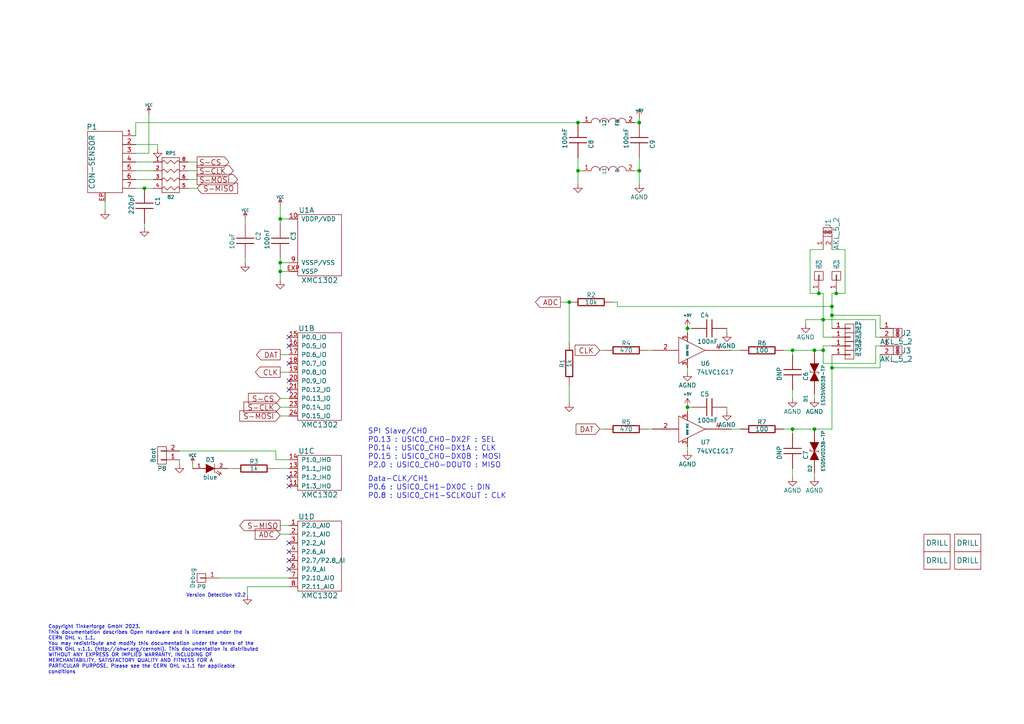
<source format=kicad_sch>
(kicad_sch (version 20230121) (generator eeschema)

  (uuid eab32bf9-bec0-4a91-90a3-9f1f29d545d4)

  (paper "A4")

  (title_block
    (title "LED Strip Bricklet")
    (date "2023-01-25")
    (rev "2.2")
    (company "Tinkerforge GmbH")
    (comment 1 "Licensed under CERN OHL v.1.1")
    (comment 2 "Copyright (©) 2023, B.Nordmeyer <bastian@tinkerforge.com>")
  )

  (lib_symbols
    (symbol "tinkerforge:+5V" (power) (pin_names (offset 0)) (in_bom yes) (on_board yes)
      (property "Reference" "#PWR" (at 0 -3.81 0)
        (effects (font (size 1.27 1.27)) hide)
      )
      (property "Value" "+5V" (at 0 3.556 0)
        (effects (font (size 1.27 1.27)))
      )
      (property "Footprint" "" (at 0 0 0)
        (effects (font (size 1.27 1.27)))
      )
      (property "Datasheet" "" (at 0 0 0)
        (effects (font (size 1.27 1.27)))
      )
      (symbol "+5V_0_1"
        (polyline
          (pts
            (xy -0.762 1.27)
            (xy 0 2.54)
          )
          (stroke (width 0) (type default))
          (fill (type none))
        )
        (polyline
          (pts
            (xy 0 0)
            (xy 0 2.54)
          )
          (stroke (width 0) (type default))
          (fill (type none))
        )
        (polyline
          (pts
            (xy 0 2.54)
            (xy 0.762 1.27)
          )
          (stroke (width 0) (type default))
          (fill (type none))
        )
      )
      (symbol "+5V_1_1"
        (pin power_in line (at 0 0 90) (length 0) hide
          (name "+5V" (effects (font (size 1.27 1.27))))
          (number "1" (effects (font (size 1.27 1.27))))
        )
      )
    )
    (symbol "tinkerforge:74LVC1G17" (pin_names (offset 0.762)) (in_bom yes) (on_board yes)
      (property "Reference" "U" (at 3.683 2.921 0)
        (effects (font (size 1.27 1.27)))
      )
      (property "Value" "74LVC1G17" (at 5.08 -2.54 0)
        (effects (font (size 1.27 1.27)))
      )
      (property "Footprint" "" (at 2.413 -3.429 0)
        (effects (font (size 1.27 1.27)))
      )
      (property "Datasheet" "" (at 3.683 2.921 0)
        (effects (font (size 1.27 1.27)))
      )
      (property "ki_description" "buffer with Schmitt trigger." (at 0 0 0)
        (effects (font (size 1.27 1.27)) hide)
      )
      (symbol "74LVC1G17_0_0"
        (polyline
          (pts
            (xy -3.81 3.81)
            (xy -3.81 -3.81)
            (xy 3.81 0)
            (xy -3.81 3.81)
          )
          (stroke (width 0) (type default))
          (fill (type none))
        )
        (pin power_in line (at -1.27 -5.08 90) (length 2.54)
          (name "GND" (effects (font (size 0.508 0.508))))
          (number "3" (effects (font (size 1.016 1.016))))
        )
        (pin power_in line (at -1.27 5.08 270) (length 2.54)
          (name "VCC" (effects (font (size 0.508 0.508))))
          (number "5" (effects (font (size 1.016 1.016))))
        )
      )
      (symbol "74LVC1G17_1_1"
        (pin input line (at -11.43 0 0) (length 7.62)
          (name "~" (effects (font (size 1.27 1.27))))
          (number "2" (effects (font (size 1.27 1.27))))
        )
        (pin output line (at 11.43 0 180) (length 7.62)
          (name "~" (effects (font (size 1.27 1.27))))
          (number "4" (effects (font (size 1.27 1.27))))
        )
      )
      (symbol "74LVC1G17_1_2"
        (pin input inverted (at -11.43 0 0) (length 7.62)
          (name "~" (effects (font (size 1.27 1.27))))
          (number "2" (effects (font (size 1.27 1.27))))
        )
        (pin output line (at 11.43 0 180) (length 7.62)
          (name "~" (effects (font (size 1.27 1.27))))
          (number "4" (effects (font (size 1.27 1.27))))
        )
      )
    )
    (symbol "tinkerforge:AGND" (power) (pin_names (offset 0)) (in_bom yes) (on_board yes)
      (property "Reference" "#PWR" (at 0 -6.35 0)
        (effects (font (size 1.27 1.27)) hide)
      )
      (property "Value" "AGND" (at 0 -5.08 0)
        (effects (font (size 1.27 1.27)))
      )
      (property "Footprint" "" (at 0 0 0)
        (effects (font (size 1.27 1.27)))
      )
      (property "Datasheet" "" (at 0 0 0)
        (effects (font (size 1.27 1.27)))
      )
      (property "ki_keywords" "POWER, PWR" (at 0 0 0)
        (effects (font (size 1.27 1.27)) hide)
      )
      (symbol "AGND_0_1"
        (polyline
          (pts
            (xy 0 0)
            (xy 0 -1.27)
            (xy 1.27 -1.27)
            (xy 0 -2.54)
            (xy -1.27 -1.27)
            (xy 0 -1.27)
          )
          (stroke (width 0) (type default))
          (fill (type none))
        )
      )
      (symbol "AGND_1_1"
        (pin power_in line (at 0 0 270) (length 0) hide
          (name "AGND" (effects (font (size 1.27 1.27))))
          (number "1" (effects (font (size 1.27 1.27))))
        )
      )
    )
    (symbol "tinkerforge:AKL_5_2" (pin_names (offset 1.016) hide) (in_bom yes) (on_board yes)
      (property "Reference" "J" (at 2.54 -0.127 0)
        (effects (font (size 1.524 1.524)))
      )
      (property "Value" "AKL_5_2" (at -0.381 -2.54 0)
        (effects (font (size 1.524 1.524)))
      )
      (property "Footprint" "" (at 0 0 0)
        (effects (font (size 1.524 1.524)))
      )
      (property "Datasheet" "" (at 0 0 0)
        (effects (font (size 1.524 1.524)))
      )
      (symbol "AKL_5_2_0_1"
        (rectangle (start -1.27 1.27) (end 1.27 -1.27)
          (stroke (width 0) (type default))
          (fill (type none))
        )
        (circle (center 0 -0.635) (radius 0.4572)
          (stroke (width 0) (type default))
          (fill (type none))
        )
        (polyline
          (pts
            (xy -0.381 -0.635)
            (xy 0.381 -0.635)
            (xy 0.381 -0.635)
          )
          (stroke (width 0) (type default))
          (fill (type none))
        )
        (polyline
          (pts
            (xy -0.381 0.635)
            (xy 0.381 0.635)
            (xy 0.381 0.635)
          )
          (stroke (width 0) (type default))
          (fill (type none))
        )
        (polyline
          (pts
            (xy 0 -0.254)
            (xy 0 -1.016)
            (xy 0 -1.016)
          )
          (stroke (width 0) (type default))
          (fill (type none))
        )
        (polyline
          (pts
            (xy 0 1.016)
            (xy 0 0.254)
            (xy 0 0.254)
          )
          (stroke (width 0) (type default))
          (fill (type none))
        )
        (circle (center 0 0.635) (radius 0.4572)
          (stroke (width 0) (type default))
          (fill (type none))
        )
      )
      (symbol "AKL_5_2_1_1"
        (pin passive line (at -5.08 1.27 0) (length 3.81)
          (name "~" (effects (font (size 1.27 1.27))))
          (number "1" (effects (font (size 1.27 1.27))))
        )
        (pin passive line (at -5.08 -1.27 0) (length 3.81)
          (name "~" (effects (font (size 1.27 1.27))))
          (number "2" (effects (font (size 1.27 1.27))))
        )
      )
    )
    (symbol "tinkerforge:C" (pin_numbers hide) (pin_names (offset 0.254)) (in_bom yes) (on_board yes)
      (property "Reference" "C" (at 1.27 2.54 0)
        (effects (font (size 1.27 1.27)) (justify left))
      )
      (property "Value" "C" (at 1.27 -2.54 0)
        (effects (font (size 1.27 1.27)) (justify left))
      )
      (property "Footprint" "" (at 0 0 0)
        (effects (font (size 1.524 1.524)))
      )
      (property "Datasheet" "" (at 0 0 0)
        (effects (font (size 1.524 1.524)))
      )
      (property "ki_fp_filters" "SM* C? C1-1" (at 0 0 0)
        (effects (font (size 1.27 1.27)) hide)
      )
      (symbol "C_0_1"
        (polyline
          (pts
            (xy -2.54 -0.762)
            (xy 2.54 -0.762)
          )
          (stroke (width 0.254) (type default))
          (fill (type none))
        )
        (polyline
          (pts
            (xy -2.54 0.762)
            (xy 2.54 0.762)
          )
          (stroke (width 0.254) (type default))
          (fill (type none))
        )
      )
      (symbol "C_1_1"
        (pin passive line (at 0 5.08 270) (length 4.318)
          (name "~" (effects (font (size 1.016 1.016))))
          (number "1" (effects (font (size 1.016 1.016))))
        )
        (pin passive line (at 0 -5.08 90) (length 4.318)
          (name "~" (effects (font (size 1.016 1.016))))
          (number "2" (effects (font (size 1.016 1.016))))
        )
      )
    )
    (symbol "tinkerforge:CON-SENSOR2" (pin_names (offset 1.016)) (in_bom yes) (on_board yes)
      (property "Reference" "P" (at -3.81 10.16 0)
        (effects (font (size 1.524 1.524)))
      )
      (property "Value" "CON-SENSOR2" (at 3.81 0 90)
        (effects (font (size 1.524 1.524)))
      )
      (property "Footprint" "" (at 2.54 -3.81 0)
        (effects (font (size 1.524 1.524)))
      )
      (property "Datasheet" "" (at 2.54 -3.81 0)
        (effects (font (size 1.524 1.524)))
      )
      (property "ki_fp_filters" "CON-SENSOR2" (at 0 0 0)
        (effects (font (size 1.27 1.27)) hide)
      )
      (symbol "CON-SENSOR2_0_1"
        (rectangle (start -5.08 8.89) (end 5.08 -8.89)
          (stroke (width 0) (type default))
          (fill (type none))
        )
      )
      (symbol "CON-SENSOR2_1_1"
        (pin passive line (at -8.89 7.62 0) (length 3.81)
          (name "~" (effects (font (size 1.27 1.27))))
          (number "1" (effects (font (size 1.27 1.27))))
        )
        (pin passive line (at -8.89 5.08 0) (length 3.81)
          (name "~" (effects (font (size 1.27 1.27))))
          (number "2" (effects (font (size 1.27 1.27))))
        )
        (pin passive line (at -8.89 2.54 0) (length 3.81)
          (name "~" (effects (font (size 1.27 1.27))))
          (number "3" (effects (font (size 1.27 1.27))))
        )
        (pin passive line (at -8.89 0 0) (length 3.81)
          (name "~" (effects (font (size 1.27 1.27))))
          (number "4" (effects (font (size 1.27 1.27))))
        )
        (pin passive line (at -8.89 -2.54 0) (length 3.81)
          (name "~" (effects (font (size 1.27 1.27))))
          (number "5" (effects (font (size 1.27 1.27))))
        )
        (pin passive line (at -8.89 -5.08 0) (length 3.81)
          (name "~" (effects (font (size 1.27 1.27))))
          (number "6" (effects (font (size 1.27 1.27))))
        )
        (pin passive line (at -8.89 -7.62 0) (length 3.81)
          (name "~" (effects (font (size 1.27 1.27))))
          (number "7" (effects (font (size 1.27 1.27))))
        )
        (pin passive line (at 0 -11.43 90) (length 2.54)
          (name "~" (effects (font (size 1.27 1.27))))
          (number "EP" (effects (font (size 1.27 1.27))))
        )
      )
    )
    (symbol "tinkerforge:CONN_01X01" (pin_names (offset 1.016) hide) (in_bom yes) (on_board yes)
      (property "Reference" "P" (at 0 2.54 0)
        (effects (font (size 1.27 1.27)))
      )
      (property "Value" "CONN_01X01" (at 2.54 0 90)
        (effects (font (size 1.27 1.27)))
      )
      (property "Footprint" "" (at 0 0 0)
        (effects (font (size 1.27 1.27)))
      )
      (property "Datasheet" "" (at 0 0 0)
        (effects (font (size 1.27 1.27)))
      )
      (property "ki_description" "Connector 01x01" (at 0 0 0)
        (effects (font (size 1.27 1.27)) hide)
      )
      (property "ki_fp_filters" "Pin_Header_Straight_1X01 Pin_Header_Angled_1X01 Socket_Strip_Straight_1X01 Socket_Strip_Angled_1X01" (at 0 0 0)
        (effects (font (size 1.27 1.27)) hide)
      )
      (symbol "CONN_01X01_0_1"
        (rectangle (start -1.27 0.127) (end 0.254 -0.127)
          (stroke (width 0) (type default))
          (fill (type none))
        )
        (rectangle (start -1.27 1.27) (end 1.27 -1.27)
          (stroke (width 0) (type default))
          (fill (type none))
        )
      )
      (symbol "CONN_01X01_1_1"
        (pin passive line (at -5.08 0 0) (length 3.81)
          (name "P1" (effects (font (size 1.27 1.27))))
          (number "1" (effects (font (size 1.27 1.27))))
        )
      )
    )
    (symbol "tinkerforge:CONN_01X02" (pin_names (offset 1.016) hide) (in_bom yes) (on_board yes)
      (property "Reference" "P" (at 0 3.81 0)
        (effects (font (size 1.27 1.27)))
      )
      (property "Value" "CONN_01X02" (at 2.54 0 90)
        (effects (font (size 1.27 1.27)))
      )
      (property "Footprint" "" (at 0 0 0)
        (effects (font (size 1.27 1.27)))
      )
      (property "Datasheet" "" (at 0 0 0)
        (effects (font (size 1.27 1.27)))
      )
      (property "ki_description" "Connector 01x02" (at 0 0 0)
        (effects (font (size 1.27 1.27)) hide)
      )
      (property "ki_fp_filters" "Pin_Header_Straight_1X02 Pin_Header_Angled_1X02 Socket_Strip_Straight_1X02 Socket_Strip_Angled_1X02" (at 0 0 0)
        (effects (font (size 1.27 1.27)) hide)
      )
      (symbol "CONN_01X02_0_1"
        (rectangle (start -1.27 -1.143) (end 0.254 -1.397)
          (stroke (width 0) (type default))
          (fill (type none))
        )
        (rectangle (start -1.27 1.397) (end 0.254 1.143)
          (stroke (width 0) (type default))
          (fill (type none))
        )
        (rectangle (start -1.27 2.54) (end 1.27 -2.54)
          (stroke (width 0) (type default))
          (fill (type none))
        )
      )
      (symbol "CONN_01X02_1_1"
        (pin passive line (at -5.08 1.27 0) (length 3.81)
          (name "P1" (effects (font (size 1.27 1.27))))
          (number "1" (effects (font (size 1.27 1.27))))
        )
        (pin passive line (at -5.08 -1.27 0) (length 3.81)
          (name "P2" (effects (font (size 1.27 1.27))))
          (number "2" (effects (font (size 1.27 1.27))))
        )
      )
    )
    (symbol "tinkerforge:DRILL" (pin_numbers hide) (pin_names (offset 0) hide) (in_bom yes) (on_board yes)
      (property "Reference" "" (at 0 0 0)
        (effects (font (size 1.524 1.524)) hide)
      )
      (property "Value" "DRILL" (at 0 0 0)
        (effects (font (size 1.524 1.524)))
      )
      (property "Footprint" "" (at 0 0 0)
        (effects (font (size 1.524 1.524)))
      )
      (property "Datasheet" "" (at 0 0 0)
        (effects (font (size 1.524 1.524)))
      )
      (symbol "DRILL_0_1"
        (rectangle (start -3.81 2.54) (end 3.81 -2.54)
          (stroke (width 0) (type default))
          (fill (type none))
        )
      )
    )
    (symbol "tinkerforge:GND" (power) (pin_names (offset 0)) (in_bom yes) (on_board yes)
      (property "Reference" "#PWR" (at 0 -6.35 0)
        (effects (font (size 1.27 1.27)) hide)
      )
      (property "Value" "GND" (at 0 -5.08 0)
        (effects (font (size 1.27 1.27)))
      )
      (property "Footprint" "" (at 0 0 0)
        (effects (font (size 1.27 1.27)))
      )
      (property "Datasheet" "" (at 0 0 0)
        (effects (font (size 1.27 1.27)))
      )
      (symbol "GND_0_1"
        (polyline
          (pts
            (xy 0 0)
            (xy 0 -1.27)
            (xy 1.27 -1.27)
            (xy 0 -2.54)
            (xy -1.27 -1.27)
            (xy 0 -1.27)
          )
          (stroke (width 0) (type default))
          (fill (type none))
        )
      )
      (symbol "GND_1_1"
        (pin power_in line (at 0 0 270) (length 0) hide
          (name "GND" (effects (font (size 1.27 1.27))))
          (number "1" (effects (font (size 1.27 1.27))))
        )
      )
    )
    (symbol "tinkerforge:INDUCTOR" (pin_names (offset 1.016)) (in_bom yes) (on_board yes)
      (property "Reference" "L" (at 0 2.54 0)
        (effects (font (size 1.524 1.524)))
      )
      (property "Value" "INDUCTOR" (at 0 -2.54 0)
        (effects (font (size 1.524 1.524)))
      )
      (property "Footprint" "" (at 0 0 0)
        (effects (font (size 1.524 1.524)) hide)
      )
      (property "Datasheet" "" (at 0 0 0)
        (effects (font (size 1.524 1.524)) hide)
      )
      (symbol "INDUCTOR_0_1"
        (arc (start -2.54 0) (mid -3.81 1.2645) (end -5.08 0)
          (stroke (width 0) (type default))
          (fill (type none))
        )
        (arc (start 0 0) (mid -1.27 1.2645) (end -2.54 0)
          (stroke (width 0) (type default))
          (fill (type none))
        )
        (arc (start 2.54 0) (mid 1.27 1.2645) (end 0 0)
          (stroke (width 0) (type default))
          (fill (type none))
        )
        (arc (start 5.08 0) (mid 3.81 1.2645) (end 2.54 0)
          (stroke (width 0) (type default))
          (fill (type none))
        )
      )
      (symbol "INDUCTOR_1_1"
        (pin input line (at -7.62 0 0) (length 2.54)
          (name "~" (effects (font (size 1.27 1.27))))
          (number "1" (effects (font (size 1.27 1.27))))
        )
        (pin input line (at 7.62 0 180) (length 2.54)
          (name "~" (effects (font (size 1.27 1.27))))
          (number "2" (effects (font (size 1.27 1.27))))
        )
      )
    )
    (symbol "tinkerforge:LED" (pin_names (offset 1.016) hide) (in_bom yes) (on_board yes)
      (property "Reference" "D" (at 0 2.54 0)
        (effects (font (size 1.27 1.27)))
      )
      (property "Value" "LED" (at 0 -2.54 0)
        (effects (font (size 1.27 1.27)))
      )
      (property "Footprint" "" (at 0 0 0)
        (effects (font (size 1.27 1.27)))
      )
      (property "Datasheet" "" (at 0 0 0)
        (effects (font (size 1.27 1.27)))
      )
      (property "ki_keywords" "LED" (at 0 0 0)
        (effects (font (size 1.27 1.27)) hide)
      )
      (property "ki_fp_filters" "LED-3MM LED-5MM LED-10MM LED-0603 LED-0805 LED-1206 LEDV" (at 0 0 0)
        (effects (font (size 1.27 1.27)) hide)
      )
      (symbol "LED_0_1"
        (polyline
          (pts
            (xy 1.27 1.27)
            (xy 1.27 -1.27)
          )
          (stroke (width 0) (type default))
          (fill (type none))
        )
        (polyline
          (pts
            (xy -1.27 1.27)
            (xy 1.27 0)
            (xy -1.27 -1.27)
          )
          (stroke (width 0) (type default))
          (fill (type outline))
        )
        (polyline
          (pts
            (xy 1.651 -1.016)
            (xy 2.794 -2.032)
            (xy 2.667 -1.397)
          )
          (stroke (width 0) (type default))
          (fill (type none))
        )
        (polyline
          (pts
            (xy 2.032 -0.635)
            (xy 3.175 -1.651)
            (xy 3.048 -1.016)
          )
          (stroke (width 0) (type default))
          (fill (type none))
        )
      )
      (symbol "LED_1_1"
        (pin passive line (at -5.08 0 0) (length 3.81)
          (name "A" (effects (font (size 1.016 1.016))))
          (number "1" (effects (font (size 1.016 1.016))))
        )
        (pin passive line (at 5.08 0 180) (length 3.81)
          (name "K" (effects (font (size 1.016 1.016))))
          (number "2" (effects (font (size 1.016 1.016))))
        )
      )
    )
    (symbol "tinkerforge:R" (pin_numbers hide) (pin_names (offset 0)) (in_bom yes) (on_board yes)
      (property "Reference" "R" (at 2.032 0 90)
        (effects (font (size 1.27 1.27)))
      )
      (property "Value" "R" (at 0 0 90)
        (effects (font (size 1.27 1.27)))
      )
      (property "Footprint" "" (at 0 0 0)
        (effects (font (size 1.524 1.524)))
      )
      (property "Datasheet" "" (at 0 0 0)
        (effects (font (size 1.524 1.524)))
      )
      (property "ki_fp_filters" "R? SM0603 SM0805 R?-*" (at 0 0 0)
        (effects (font (size 1.27 1.27)) hide)
      )
      (symbol "R_0_1"
        (rectangle (start -1.016 3.81) (end 1.016 -3.81)
          (stroke (width 0.3048) (type default))
          (fill (type none))
        )
      )
      (symbol "R_1_1"
        (pin passive line (at 0 6.35 270) (length 2.54)
          (name "~" (effects (font (size 1.524 1.524))))
          (number "1" (effects (font (size 1.524 1.524))))
        )
        (pin passive line (at 0 -6.35 90) (length 2.54)
          (name "~" (effects (font (size 1.524 1.524))))
          (number "2" (effects (font (size 1.524 1.524))))
        )
      )
    )
    (symbol "tinkerforge:R_PACK4" (pin_names hide) (in_bom yes) (on_board yes)
      (property "Reference" "RP" (at 0 11.43 0)
        (effects (font (size 1.27 1.27)))
      )
      (property "Value" "R_PACK4" (at 0 -1.27 0)
        (effects (font (size 1.27 1.27)))
      )
      (property "Footprint" "" (at 0 0 0)
        (effects (font (size 1.27 1.27)))
      )
      (property "Datasheet" "" (at 0 0 0)
        (effects (font (size 1.27 1.27)))
      )
      (property "ki_keywords" "R DEV" (at 0 0 0)
        (effects (font (size 1.27 1.27)) hide)
      )
      (property "ki_description" "4 resistors Pack" (at 0 0 0)
        (effects (font (size 1.27 1.27)) hide)
      )
      (symbol "R_PACK4_0_1"
        (polyline
          (pts
            (xy -2.54 10.16)
            (xy -2.54 0)
            (xy 2.54 0)
            (xy 2.54 10.16)
            (xy -2.54 10.16)
          )
          (stroke (width 0) (type default))
          (fill (type none))
        )
        (polyline
          (pts
            (xy -2.54 1.27)
            (xy -2.032 1.778)
            (xy -1.016 0.762)
            (xy 0 1.778)
            (xy 1.016 0.762)
            (xy 2.032 1.778)
            (xy 2.54 1.27)
          )
          (stroke (width 0) (type default))
          (fill (type none))
        )
        (polyline
          (pts
            (xy -2.54 3.81)
            (xy -2.032 4.318)
            (xy -1.016 3.302)
            (xy 0 4.318)
            (xy 1.016 3.302)
            (xy 2.032 4.318)
            (xy 2.54 3.81)
          )
          (stroke (width 0) (type default))
          (fill (type none))
        )
        (polyline
          (pts
            (xy -2.54 6.35)
            (xy -2.032 6.858)
            (xy -1.016 5.842)
            (xy 0 6.858)
            (xy 1.016 5.842)
            (xy 2.032 6.858)
            (xy 2.54 6.35)
          )
          (stroke (width 0) (type default))
          (fill (type none))
        )
        (polyline
          (pts
            (xy -2.54 8.89)
            (xy -2.032 9.398)
            (xy -1.016 8.382)
            (xy 0 9.398)
            (xy 1.016 8.382)
            (xy 2.032 9.398)
            (xy 2.54 8.89)
          )
          (stroke (width 0) (type default))
          (fill (type none))
        )
      )
      (symbol "R_PACK4_1_1"
        (pin passive line (at -5.08 8.89 0) (length 2.54)
          (name "P1" (effects (font (size 1.016 1.016))))
          (number "1" (effects (font (size 1.016 1.016))))
        )
        (pin passive line (at -5.08 6.35 0) (length 2.54)
          (name "P2" (effects (font (size 1.016 1.016))))
          (number "2" (effects (font (size 1.016 1.016))))
        )
        (pin passive line (at -5.08 3.81 0) (length 2.54)
          (name "P3" (effects (font (size 1.016 1.016))))
          (number "3" (effects (font (size 1.016 1.016))))
        )
        (pin passive line (at -5.08 1.27 0) (length 2.54)
          (name "P4" (effects (font (size 1.016 1.016))))
          (number "4" (effects (font (size 1.016 1.016))))
        )
        (pin passive line (at 5.08 1.27 180) (length 2.54)
          (name "R4" (effects (font (size 1.016 1.016))))
          (number "5" (effects (font (size 1.016 1.016))))
        )
        (pin passive line (at 5.08 3.81 180) (length 2.54)
          (name "R3" (effects (font (size 1.016 1.016))))
          (number "6" (effects (font (size 1.016 1.016))))
        )
        (pin passive line (at 5.08 6.35 180) (length 2.54)
          (name "R2" (effects (font (size 1.016 1.016))))
          (number "7" (effects (font (size 1.016 1.016))))
        )
        (pin passive line (at 5.08 8.89 180) (length 2.54)
          (name "R1" (effects (font (size 1.016 1.016))))
          (number "8" (effects (font (size 1.016 1.016))))
        )
      )
    )
    (symbol "tinkerforge:TVS" (pin_numbers hide) (pin_names (offset 1.016) hide) (in_bom yes) (on_board yes)
      (property "Reference" "D" (at -1.27 2.54 0)
        (effects (font (size 1.016 1.016)))
      )
      (property "Value" "TVS" (at 0 -2.54 0)
        (effects (font (size 1.016 1.016)))
      )
      (property "Footprint" "" (at 0 0 0)
        (effects (font (size 1.524 1.524)))
      )
      (property "Datasheet" "" (at 0 0 0)
        (effects (font (size 1.524 1.524)))
      )
      (property "ki_fp_filters" "D? S*" (at 0 0 0)
        (effects (font (size 1.27 1.27)) hide)
      )
      (symbol "TVS_0_1"
        (polyline
          (pts
            (xy 0 -1.27)
            (xy -0.508 -1.27)
          )
          (stroke (width 0) (type default))
          (fill (type none))
        )
        (polyline
          (pts
            (xy 0 1.27)
            (xy 0 -1.27)
          )
          (stroke (width 0.1524) (type default))
          (fill (type none))
        )
        (polyline
          (pts
            (xy 0 1.27)
            (xy 0.508 1.27)
          )
          (stroke (width 0) (type default))
          (fill (type none))
        )
        (polyline
          (pts
            (xy -2.54 1.27)
            (xy 0 0)
            (xy -2.54 -1.27)
          )
          (stroke (width 0) (type default))
          (fill (type outline))
        )
        (polyline
          (pts
            (xy -2.54 1.27)
            (xy 0 0)
            (xy -2.54 -1.27)
          )
          (stroke (width 0) (type default))
          (fill (type outline))
        )
        (polyline
          (pts
            (xy 0 0)
            (xy 2.54 1.27)
            (xy 2.54 -1.27)
            (xy 0 0)
          )
          (stroke (width 0) (type default))
          (fill (type outline))
        )
      )
      (symbol "TVS_1_1"
        (pin passive line (at -6.35 0 0) (length 3.81)
          (name "A" (effects (font (size 1.016 1.016))))
          (number "1" (effects (font (size 1.016 1.016))))
        )
        (pin passive line (at 6.35 0 180) (length 3.81)
          (name "K" (effects (font (size 1.016 1.016))))
          (number "2" (effects (font (size 1.016 1.016))))
        )
      )
    )
    (symbol "tinkerforge:VCC" (power) (pin_names (offset 0)) (in_bom yes) (on_board yes)
      (property "Reference" "#PWR" (at 0 2.54 0)
        (effects (font (size 1.016 1.016)) hide)
      )
      (property "Value" "VCC" (at 0 3.175 0)
        (effects (font (size 1.016 1.016)))
      )
      (property "Footprint" "" (at 0 0 0)
        (effects (font (size 1.524 1.524)))
      )
      (property "Datasheet" "" (at 0 0 0)
        (effects (font (size 1.524 1.524)))
      )
      (symbol "VCC_0_0"
        (pin power_in line (at 0 0 90) (length 0) hide
          (name "VCC" (effects (font (size 0.762 0.762))))
          (number "1" (effects (font (size 0.762 0.762))))
        )
      )
      (symbol "VCC_0_1"
        (polyline
          (pts
            (xy 0 1.524)
            (xy 0 0)
          )
          (stroke (width 0) (type default))
          (fill (type none))
        )
        (polyline
          (pts
            (xy 0 1.524)
            (xy 0.508 1.016)
            (xy 0 2.286)
            (xy -0.508 1.016)
            (xy 0 1.524)
            (xy 0 1.524)
          )
          (stroke (width 0) (type default))
          (fill (type none))
        )
      )
    )
    (symbol "tinkerforge:XMC1XXX24" (pin_names (offset 1.016)) (in_bom yes) (on_board yes)
      (property "Reference" "U" (at -3.81 15.24 0)
        (effects (font (size 1.524 1.524)))
      )
      (property "Value" "XMC1XXX24" (at 0 -16.51 0)
        (effects (font (size 1.524 1.524)))
      )
      (property "Footprint" "" (at 3.81 19.05 0)
        (effects (font (size 1.524 1.524)))
      )
      (property "Datasheet" "" (at 3.81 19.05 0)
        (effects (font (size 1.524 1.524)))
      )
      (symbol "XMC1XXX24_1_1"
        (rectangle (start -6.35 8.89) (end 6.35 -8.89)
          (stroke (width 0) (type default))
          (fill (type none))
        )
        (pin passive line (at -8.89 7.62 0) (length 2.54)
          (name "VDDP/VDD" (effects (font (size 1.27 1.27))))
          (number "10" (effects (font (size 1.27 1.27))))
        )
        (pin passive line (at -8.89 -5.08 0) (length 2.54)
          (name "VSSP/VSS" (effects (font (size 1.27 1.27))))
          (number "9" (effects (font (size 1.27 1.27))))
        )
        (pin passive line (at -8.89 -7.62 0) (length 2.54)
          (name "VSSP" (effects (font (size 1.27 1.27))))
          (number "EXP" (effects (font (size 1.27 1.27))))
        )
      )
      (symbol "XMC1XXX24_2_1"
        (rectangle (start -6.35 12.7) (end 6.35 -12.7)
          (stroke (width 0) (type default))
          (fill (type none))
        )
        (pin passive line (at -8.89 11.43 0) (length 2.54)
          (name "P0.0_IO" (effects (font (size 1.27 1.27))))
          (number "15" (effects (font (size 1.27 1.27))))
        )
        (pin passive line (at -8.89 8.89 0) (length 2.54)
          (name "P0.5_IO" (effects (font (size 1.27 1.27))))
          (number "16" (effects (font (size 1.27 1.27))))
        )
        (pin passive line (at -8.89 6.35 0) (length 2.54)
          (name "P0.6_IO" (effects (font (size 1.27 1.27))))
          (number "17" (effects (font (size 1.27 1.27))))
        )
        (pin passive line (at -8.89 3.81 0) (length 2.54)
          (name "P0.7_IO" (effects (font (size 1.27 1.27))))
          (number "18" (effects (font (size 1.27 1.27))))
        )
        (pin passive line (at -8.89 1.27 0) (length 2.54)
          (name "P0.8_IO" (effects (font (size 1.27 1.27))))
          (number "19" (effects (font (size 1.27 1.27))))
        )
        (pin passive line (at -8.89 -1.27 0) (length 2.54)
          (name "P0.9_IO" (effects (font (size 1.27 1.27))))
          (number "20" (effects (font (size 1.27 1.27))))
        )
        (pin passive line (at -8.89 -3.81 0) (length 2.54)
          (name "P0.12_IO" (effects (font (size 1.27 1.27))))
          (number "21" (effects (font (size 1.27 1.27))))
        )
        (pin passive line (at -8.89 -6.35 0) (length 2.54)
          (name "P0.13_IO" (effects (font (size 1.27 1.27))))
          (number "22" (effects (font (size 1.27 1.27))))
        )
        (pin passive line (at -8.89 -8.89 0) (length 2.54)
          (name "P0.14_IO" (effects (font (size 1.27 1.27))))
          (number "23" (effects (font (size 1.27 1.27))))
        )
        (pin passive line (at -8.89 -11.43 0) (length 2.54)
          (name "P0.15_IO" (effects (font (size 1.27 1.27))))
          (number "24" (effects (font (size 1.27 1.27))))
        )
      )
      (symbol "XMC1XXX24_3_1"
        (rectangle (start -6.35 5.08) (end 6.35 -5.08)
          (stroke (width 0) (type default))
          (fill (type none))
        )
        (pin passive line (at -8.89 -3.81 0) (length 2.54)
          (name "P1.3_IHO" (effects (font (size 1.27 1.27))))
          (number "11" (effects (font (size 1.27 1.27))))
        )
        (pin passive line (at -8.89 -1.27 0) (length 2.54)
          (name "P1.2_IHO" (effects (font (size 1.27 1.27))))
          (number "12" (effects (font (size 1.27 1.27))))
        )
        (pin passive line (at -8.89 1.27 0) (length 2.54)
          (name "P1.1_IHO" (effects (font (size 1.27 1.27))))
          (number "13" (effects (font (size 1.27 1.27))))
        )
        (pin passive line (at -8.89 3.81 0) (length 2.54)
          (name "P1.0_IHO" (effects (font (size 1.27 1.27))))
          (number "14" (effects (font (size 1.27 1.27))))
        )
      )
      (symbol "XMC1XXX24_4_1"
        (rectangle (start -6.35 10.16) (end 6.35 -10.16)
          (stroke (width 0) (type default))
          (fill (type none))
        )
        (pin passive line (at -8.89 8.89 0) (length 2.54)
          (name "P2.0_AIO" (effects (font (size 1.27 1.27))))
          (number "1" (effects (font (size 1.27 1.27))))
        )
        (pin passive line (at -8.89 6.35 0) (length 2.54)
          (name "P2.1_AIO" (effects (font (size 1.27 1.27))))
          (number "2" (effects (font (size 1.27 1.27))))
        )
        (pin passive line (at -8.89 3.81 0) (length 2.54)
          (name "P2.2_AI" (effects (font (size 1.27 1.27))))
          (number "3" (effects (font (size 1.27 1.27))))
        )
        (pin passive line (at -8.89 1.27 0) (length 2.54)
          (name "P2.6_AI" (effects (font (size 1.27 1.27))))
          (number "4" (effects (font (size 1.27 1.27))))
        )
        (pin passive line (at -8.89 -1.27 0) (length 2.54)
          (name "P2.7/P2.8_AI" (effects (font (size 1.27 1.27))))
          (number "5" (effects (font (size 1.27 1.27))))
        )
        (pin passive line (at -8.89 -3.81 0) (length 2.54)
          (name "P2.9_AI" (effects (font (size 1.27 1.27))))
          (number "6" (effects (font (size 1.27 1.27))))
        )
        (pin passive line (at -8.89 -6.35 0) (length 2.54)
          (name "P2.10_AIO" (effects (font (size 1.27 1.27))))
          (number "7" (effects (font (size 1.27 1.27))))
        )
        (pin passive line (at -8.89 -8.89 0) (length 2.54)
          (name "P2.11_AIO" (effects (font (size 1.27 1.27))))
          (number "8" (effects (font (size 1.27 1.27))))
        )
      )
    )
  )

  (junction (at 238.76 92.71) (diameter 0) (color 0 0 0 0)
    (uuid 05124abd-c0bb-4879-9de9-1ed72905e826)
  )
  (junction (at 185.42 49.53) (diameter 0) (color 0 0 0 0)
    (uuid 12de101a-42ee-4b0a-9107-05e96c8bdbca)
  )
  (junction (at 236.22 124.46) (diameter 0) (color 0 0 0 0)
    (uuid 1fe6232b-a0cf-4209-9f0b-722889aad9ab)
  )
  (junction (at 242.57 85.09) (diameter 0) (color 0 0 0 0)
    (uuid 25b1b84e-40c9-4c3a-9416-1e2c75d1ef28)
  )
  (junction (at 81.28 63.5) (diameter 0) (color 0 0 0 0)
    (uuid 2bcb9f22-3d92-4756-b3a0-e69724bf09af)
  )
  (junction (at 241.3 106.68) (diameter 0) (color 0 0 0 0)
    (uuid 2d28462a-d4a6-4e28-aa2a-82c00af15886)
  )
  (junction (at 236.22 101.6) (diameter 0) (color 0 0 0 0)
    (uuid 3eccb542-a82c-4f64-8645-b3d30e3123fe)
  )
  (junction (at 185.42 35.56) (diameter 0) (color 0 0 0 0)
    (uuid 40c76130-0a83-4edf-8348-bcc6e0888e72)
  )
  (junction (at 229.87 101.6) (diameter 0) (color 0 0 0 0)
    (uuid 46ce37c3-3150-43eb-b1b3-ee85c6f51beb)
  )
  (junction (at 229.87 124.46) (diameter 0) (color 0 0 0 0)
    (uuid 6ef88f6d-6192-4e37-af14-cd24467655a5)
  )
  (junction (at 167.64 35.56) (diameter 0) (color 0 0 0 0)
    (uuid 77037201-cfb3-40a7-a5f5-6a8d91dd7894)
  )
  (junction (at 165.1 87.63) (diameter 0) (color 0 0 0 0)
    (uuid 8041e42e-ed4c-47d8-8502-d00a1380f4f4)
  )
  (junction (at 241.3 88.9) (diameter 0) (color 0 0 0 0)
    (uuid 92672276-bedc-4be2-9e7b-6a4360c2c887)
  )
  (junction (at 81.28 78.74) (diameter 0) (color 0 0 0 0)
    (uuid aabc4279-7831-4b3e-a948-db17da122501)
  )
  (junction (at 41.91 54.61) (diameter 0) (color 0 0 0 0)
    (uuid c01d2766-9223-44e8-9407-1fef9d3c2ccf)
  )
  (junction (at 167.64 49.53) (diameter 0) (color 0 0 0 0)
    (uuid d229ed29-e41c-4274-8c41-b8881f9a97ce)
  )
  (junction (at 237.49 85.09) (diameter 0) (color 0 0 0 0)
    (uuid d90f1164-12a2-4256-b5ae-5d75d3ea4a3e)
  )
  (junction (at 238.76 101.6) (diameter 0) (color 0 0 0 0)
    (uuid e8d469a4-88f1-4a81-a310-ad6a93b4bd89)
  )
  (junction (at 199.39 95.25) (diameter 0) (color 0 0 0 0)
    (uuid f85b2bc4-8e8a-4d61-9620-d6a4aa618a58)
  )
  (junction (at 81.28 76.2) (diameter 0) (color 0 0 0 0)
    (uuid fc5f73f2-8017-4838-86d8-170c6328eaff)
  )
  (junction (at 241.3 91.44) (diameter 0) (color 0 0 0 0)
    (uuid fed96245-7286-4ef4-bbf0-bb843830f493)
  )
  (junction (at 199.39 118.11) (diameter 0) (color 0 0 0 0)
    (uuid ff8f4cd2-43d6-46f3-b01b-11e478f1d023)
  )

  (no_connect (at 83.82 100.33) (uuid 308c6654-c345-4901-a54f-13ba20bd1236))
  (no_connect (at 83.82 162.56) (uuid 54956c9a-b192-4180-8ca9-aa871592bf8f))
  (no_connect (at 83.82 105.41) (uuid 5824b1c9-5a47-4f45-aea4-e8b95d56ebc2))
  (no_connect (at 83.82 138.43) (uuid 5b26bffb-2a60-4aa6-a2cd-48e36754af62))
  (no_connect (at 83.82 97.79) (uuid 6a48ebfb-1c79-4243-8ec6-d676358b91de))
  (no_connect (at 83.82 113.03) (uuid 6e3b74aa-f583-4cb7-ae34-ee410ad89e3a))
  (no_connect (at 83.82 165.1) (uuid 98cec4c1-b537-47ac-885f-c2e490fbf3c9))
  (no_connect (at 83.82 157.48) (uuid ab93e3ff-234d-459e-b526-b71517c1e005))
  (no_connect (at 83.82 160.02) (uuid b329deb2-a46f-4efc-a2bf-c9655a1ff992))
  (no_connect (at 83.82 110.49) (uuid dced980b-96e5-4cb1-b95c-557461593ad4))
  (no_connect (at 83.82 140.97) (uuid f7e33fdf-a1a9-4cbd-b6ef-3124c293dde5))

  (wire (pts (xy 39.37 41.91) (xy 45.72 41.91))
    (stroke (width 0) (type default))
    (uuid 022a2759-3113-42ed-80cc-8c14ec6aa5b6)
  )
  (wire (pts (xy 241.3 106.68) (xy 255.27 106.68))
    (stroke (width 0) (type default))
    (uuid 0293a5e6-eb5e-4e74-a317-7ea1930ac74b)
  )
  (wire (pts (xy 71.12 76.2) (xy 71.12 74.93))
    (stroke (width 0) (type default))
    (uuid 04f50150-6eda-47c5-a57b-8eede046fa9e)
  )
  (wire (pts (xy 185.42 34.29) (xy 185.42 35.56))
    (stroke (width 0) (type default))
    (uuid 04f5bc56-8b62-4301-9193-ae149d847728)
  )
  (wire (pts (xy 71.755 170.18) (xy 71.755 172.72))
    (stroke (width 0) (type default))
    (uuid 087beaa6-beb9-4a0b-9001-86578ce48f8c)
  )
  (wire (pts (xy 83.82 107.95) (xy 81.28 107.95))
    (stroke (width 0) (type default))
    (uuid 0c754a3c-578d-4768-ba39-59910a4b20cd)
  )
  (wire (pts (xy 39.37 46.99) (xy 44.45 46.99))
    (stroke (width 0) (type default))
    (uuid 0cc840f9-5501-48a6-ab45-2aa98d7fb6e2)
  )
  (wire (pts (xy 189.23 124.46) (xy 187.96 124.46))
    (stroke (width 0) (type default))
    (uuid 0d36b20b-4771-47af-9d29-3e11cd7f2b6e)
  )
  (wire (pts (xy 229.87 115.57) (xy 229.87 113.03))
    (stroke (width 0) (type default))
    (uuid 10a02bca-7eb4-4cb6-815c-2e65875b41e6)
  )
  (wire (pts (xy 199.39 130.81) (xy 199.39 129.54))
    (stroke (width 0) (type default))
    (uuid 112e37f6-35be-4d06-928f-c4341899e2d7)
  )
  (wire (pts (xy 238.76 100.33) (xy 238.76 101.6))
    (stroke (width 0) (type default))
    (uuid 136f35e2-6c1f-4e7e-9549-bbedcb5ae023)
  )
  (wire (pts (xy 245.11 72.39) (xy 241.3 72.39))
    (stroke (width 0) (type default))
    (uuid 13b4bfd3-9022-4ceb-a6b9-48f48e41ba7c)
  )
  (wire (pts (xy 241.3 102.87) (xy 241.3 106.68))
    (stroke (width 0) (type default))
    (uuid 1834b110-b27c-44c1-a714-a99e73d96f5f)
  )
  (wire (pts (xy 236.22 101.6) (xy 229.87 101.6))
    (stroke (width 0) (type default))
    (uuid 19e0efd9-2a0b-4c52-9fa4-fe9eee99d30a)
  )
  (wire (pts (xy 39.37 52.07) (xy 44.45 52.07))
    (stroke (width 0) (type default))
    (uuid 1e986c4f-5d3f-4916-bef8-8e7a0bfdb800)
  )
  (wire (pts (xy 210.82 118.11) (xy 210.82 119.38))
    (stroke (width 0) (type default))
    (uuid 2132c673-ec38-492a-8990-3445d3cd5e67)
  )
  (wire (pts (xy 81.28 152.4) (xy 83.82 152.4))
    (stroke (width 0) (type default))
    (uuid 2332620f-7ef9-4d45-aa31-115f55189db4)
  )
  (wire (pts (xy 83.82 76.2) (xy 81.28 76.2))
    (stroke (width 0) (type default))
    (uuid 26298514-58e5-4425-808f-06c9056d1204)
  )
  (wire (pts (xy 199.39 119.38) (xy 199.39 118.11))
    (stroke (width 0) (type default))
    (uuid 286ad6b4-cc41-48fd-bb19-9972afe2799c)
  )
  (wire (pts (xy 57.15 49.53) (xy 54.61 49.53))
    (stroke (width 0) (type default))
    (uuid 2e046e21-0cf9-476e-99b7-694df34c96c9)
  )
  (wire (pts (xy 81.28 59.69) (xy 81.28 63.5))
    (stroke (width 0) (type default))
    (uuid 2ee7e1c8-ea5b-4c6c-b225-1bc385961758)
  )
  (wire (pts (xy 81.28 74.93) (xy 81.28 76.2))
    (stroke (width 0) (type default))
    (uuid 3210a24e-5084-46a4-9168-1eaac663265a)
  )
  (wire (pts (xy 81.28 120.65) (xy 83.82 120.65))
    (stroke (width 0) (type default))
    (uuid 32549aac-da37-4428-9878-591595366d0d)
  )
  (wire (pts (xy 255.27 91.44) (xy 241.3 91.44))
    (stroke (width 0) (type default))
    (uuid 3515e014-46c0-489f-9247-96aa1aaa8124)
  )
  (wire (pts (xy 238.76 97.79) (xy 241.3 97.79))
    (stroke (width 0) (type default))
    (uuid 37d05b63-4c72-4291-90c1-d5812dac1323)
  )
  (wire (pts (xy 238.76 92.71) (xy 254 92.71))
    (stroke (width 0) (type default))
    (uuid 399c36a1-5c05-4a34-8e23-a81a28db20c5)
  )
  (wire (pts (xy 81.28 115.57) (xy 83.82 115.57))
    (stroke (width 0) (type default))
    (uuid 3c07c976-411e-443a-b5c6-aea90dca9fbf)
  )
  (wire (pts (xy 229.87 124.46) (xy 236.22 124.46))
    (stroke (width 0) (type default))
    (uuid 41726b82-cb0a-4d26-b1c8-443aff7d8033)
  )
  (wire (pts (xy 234.95 85.09) (xy 234.95 72.39))
    (stroke (width 0) (type default))
    (uuid 45896a10-08e3-4fc9-bbc6-f7b03cb3c712)
  )
  (wire (pts (xy 236.22 101.6) (xy 238.76 101.6))
    (stroke (width 0) (type default))
    (uuid 47471b39-5ad2-4eb6-a9ca-782e8e1d7145)
  )
  (wire (pts (xy 234.95 85.09) (xy 237.49 85.09))
    (stroke (width 0) (type default))
    (uuid 47f0893c-f2a3-4cd9-848b-aea0c5ecc87c)
  )
  (wire (pts (xy 214.63 124.46) (xy 212.09 124.46))
    (stroke (width 0) (type default))
    (uuid 488f57b5-8c9c-435c-b4a4-6217ba4bfa0f)
  )
  (wire (pts (xy 80.01 130.81) (xy 52.07 130.81))
    (stroke (width 0) (type default))
    (uuid 4a743e3a-4251-44e7-a543-04da1cb59f2a)
  )
  (wire (pts (xy 81.28 78.74) (xy 81.28 81.28))
    (stroke (width 0) (type default))
    (uuid 4bf60b56-9a2b-4f8f-9678-2d6a87c4c785)
  )
  (wire (pts (xy 83.82 78.74) (xy 81.28 78.74))
    (stroke (width 0) (type default))
    (uuid 4ceb3059-d5b4-4d0b-88ec-1b7e95e1024c)
  )
  (wire (pts (xy 81.28 63.5) (xy 81.28 64.77))
    (stroke (width 0) (type default))
    (uuid 5152528c-0f51-49e4-8370-6eb169e8872c)
  )
  (wire (pts (xy 52.07 134.62) (xy 52.07 133.35))
    (stroke (width 0) (type default))
    (uuid 51b24bec-eae0-472a-82d3-cac06fcc5544)
  )
  (wire (pts (xy 255.27 106.68) (xy 255.27 102.87))
    (stroke (width 0) (type default))
    (uuid 53d1b6e8-5387-4460-b2bd-0f0a59150f9c)
  )
  (wire (pts (xy 63.5 167.64) (xy 83.82 167.64))
    (stroke (width 0) (type default))
    (uuid 557a0750-cc1b-40a6-9362-8604a9c538e7)
  )
  (wire (pts (xy 83.82 118.11) (xy 81.28 118.11))
    (stroke (width 0) (type default))
    (uuid 576e5f81-675a-4537-bbb9-1e45b9d738df)
  )
  (wire (pts (xy 214.63 101.6) (xy 212.09 101.6))
    (stroke (width 0) (type default))
    (uuid 57a57b73-46e6-4de0-983d-1337f69e28b2)
  )
  (wire (pts (xy 242.57 85.09) (xy 245.11 85.09))
    (stroke (width 0) (type default))
    (uuid 5935f9c1-cf5d-4abb-8ee7-3f51ffe0a542)
  )
  (wire (pts (xy 55.88 134.62) (xy 55.88 135.89))
    (stroke (width 0) (type default))
    (uuid 59366094-a2bf-47c5-be2a-96b8f0c4362d)
  )
  (wire (pts (xy 199.39 107.95) (xy 199.39 106.68))
    (stroke (width 0) (type default))
    (uuid 5960cab0-af5e-4c21-b434-d417310bbe2d)
  )
  (wire (pts (xy 234.95 72.39) (xy 238.76 72.39))
    (stroke (width 0) (type default))
    (uuid 5a9206fc-e010-4075-ba9a-23f6b9ca4c90)
  )
  (wire (pts (xy 66.04 135.89) (xy 67.31 135.89))
    (stroke (width 0) (type default))
    (uuid 616a0cd7-9e1c-4e78-a4a3-4757a77b4399)
  )
  (wire (pts (xy 54.61 52.07) (xy 57.15 52.07))
    (stroke (width 0) (type default))
    (uuid 660ea585-f7b3-4c6e-9b55-d528c7d6a319)
  )
  (wire (pts (xy 179.07 87.63) (xy 179.07 88.9))
    (stroke (width 0) (type default))
    (uuid 69a3faa7-ab00-43f6-8203-dd9159cfd45a)
  )
  (wire (pts (xy 168.91 35.56) (xy 167.64 35.56))
    (stroke (width 0) (type default))
    (uuid 6e87ead4-e8bd-4fa0-ab91-5a96b8125b2d)
  )
  (wire (pts (xy 54.61 54.61) (xy 57.15 54.61))
    (stroke (width 0) (type default))
    (uuid 6f6a7ed7-d04e-410b-a194-e76921b8545f)
  )
  (wire (pts (xy 241.3 85.09) (xy 242.57 85.09))
    (stroke (width 0) (type default))
    (uuid 6fca837e-43f2-4e30-b991-686571343b96)
  )
  (wire (pts (xy 238.76 100.33) (xy 241.3 100.33))
    (stroke (width 0) (type default))
    (uuid 76a73dce-9ff5-4ca9-ae67-6cbb46b394b4)
  )
  (wire (pts (xy 229.87 101.6) (xy 227.33 101.6))
    (stroke (width 0) (type default))
    (uuid 77cec8d3-ddfc-4e9a-86e8-5c4860eb9ea4)
  )
  (wire (pts (xy 165.1 111.76) (xy 165.1 116.84))
    (stroke (width 0) (type default))
    (uuid 7c610aba-555d-4c2b-8e34-623a763765ce)
  )
  (wire (pts (xy 30.48 60.96) (xy 30.48 58.42))
    (stroke (width 0) (type default))
    (uuid 80775e72-6543-4261-9725-82730b4a52fc)
  )
  (wire (pts (xy 41.91 54.61) (xy 39.37 54.61))
    (stroke (width 0) (type default))
    (uuid 80a5126a-c794-40eb-a665-46dde31f201d)
  )
  (wire (pts (xy 241.3 88.9) (xy 241.3 91.44))
    (stroke (width 0) (type default))
    (uuid 8401a672-4756-42c4-a3c6-cbb3d0d619dc)
  )
  (wire (pts (xy 229.87 135.89) (xy 229.87 138.43))
    (stroke (width 0) (type default))
    (uuid 84ee488d-6c6c-407b-aa6d-7c57ce80c57f)
  )
  (wire (pts (xy 200.66 118.11) (xy 199.39 118.11))
    (stroke (width 0) (type default))
    (uuid 86c80e52-820b-439d-b179-f39a588eaad3)
  )
  (wire (pts (xy 236.22 124.46) (xy 241.3 124.46))
    (stroke (width 0) (type default))
    (uuid 88948e54-76ce-499d-bdaf-9599610ea42b)
  )
  (wire (pts (xy 165.1 87.63) (xy 165.1 99.06))
    (stroke (width 0) (type default))
    (uuid 8a17f9a5-65a3-4ee9-8df1-e79be9b9058b)
  )
  (wire (pts (xy 162.56 87.63) (xy 165.1 87.63))
    (stroke (width 0) (type default))
    (uuid 8bcecb31-6ee9-43c7-b78b-7b53ee3792b1)
  )
  (wire (pts (xy 83.82 170.18) (xy 71.755 170.18))
    (stroke (width 0) (type default))
    (uuid 8d13d884-7ee4-4f7b-b9aa-db0da9c7d376)
  )
  (wire (pts (xy 168.91 49.53) (xy 167.64 49.53))
    (stroke (width 0) (type default))
    (uuid 8dbfb8b8-b38c-4eb5-b124-fb126687de3c)
  )
  (wire (pts (xy 236.22 138.43) (xy 236.22 137.16))
    (stroke (width 0) (type default))
    (uuid 8f6301db-b256-4887-ad3e-17558172e8c4)
  )
  (wire (pts (xy 200.66 95.25) (xy 199.39 95.25))
    (stroke (width 0) (type default))
    (uuid 91d60859-c301-4362-943c-f174d0f62101)
  )
  (wire (pts (xy 238.76 92.71) (xy 238.76 97.79))
    (stroke (width 0) (type default))
    (uuid 958d08e0-bbb8-4622-9ad3-ac6868f3b1c8)
  )
  (wire (pts (xy 83.82 63.5) (xy 81.28 63.5))
    (stroke (width 0) (type default))
    (uuid 97025161-66b1-45c7-9dbd-bea0ddfa1715)
  )
  (wire (pts (xy 241.3 91.44) (xy 241.3 95.25))
    (stroke (width 0) (type default))
    (uuid 97e7ed6f-d792-4667-aa21-b28779437481)
  )
  (wire (pts (xy 184.15 35.56) (xy 185.42 35.56))
    (stroke (width 0) (type default))
    (uuid 9f6dafcf-7c1b-4024-a857-b213d05e9bfb)
  )
  (wire (pts (xy 39.37 35.56) (xy 167.64 35.56))
    (stroke (width 0) (type default))
    (uuid a07ca021-b25c-44ea-849c-67ac1906756e)
  )
  (wire (pts (xy 233.68 92.71) (xy 238.76 92.71))
    (stroke (width 0) (type default))
    (uuid a0deaf69-9b82-49c6-a20a-3220db9b3fb1)
  )
  (wire (pts (xy 80.01 133.35) (xy 80.01 130.81))
    (stroke (width 0) (type default))
    (uuid a1fa519b-46c4-4fd8-93b5-ed0e7bbb31aa)
  )
  (wire (pts (xy 238.76 105.41) (xy 254 105.41))
    (stroke (width 0) (type default))
    (uuid a4e2517f-d8fb-4b72-9865-106278090523)
  )
  (wire (pts (xy 177.8 87.63) (xy 179.07 87.63))
    (stroke (width 0) (type default))
    (uuid a505314c-4ec0-4ea4-a019-271c7a81b68a)
  )
  (wire (pts (xy 83.82 133.35) (xy 80.01 133.35))
    (stroke (width 0) (type default))
    (uuid a878891e-3ca0-46a9-bc23-514d1b3d11a9)
  )
  (wire (pts (xy 185.42 53.34) (xy 185.42 49.53))
    (stroke (width 0) (type default))
    (uuid a8b354dd-bbd7-4484-87a2-be2f8e9945d6)
  )
  (wire (pts (xy 254 105.41) (xy 254 100.33))
    (stroke (width 0) (type default))
    (uuid a942b386-7af0-45bd-a0ed-3cc5e970de18)
  )
  (wire (pts (xy 43.18 44.45) (xy 39.37 44.45))
    (stroke (width 0) (type default))
    (uuid aca03294-3ebc-47da-982e-f326bc8908f1)
  )
  (wire (pts (xy 44.45 49.53) (xy 39.37 49.53))
    (stroke (width 0) (type default))
    (uuid aeda4886-0bf1-48c2-83c5-9c2c3e80149f)
  )
  (wire (pts (xy 45.72 41.91) (xy 45.72 43.18))
    (stroke (width 0) (type default))
    (uuid afc4d5ca-d8cf-4397-8772-a8f0fe35f790)
  )
  (wire (pts (xy 81.28 76.2) (xy 81.28 78.74))
    (stroke (width 0) (type default))
    (uuid b0881558-346f-4013-b433-359c9cae6858)
  )
  (wire (pts (xy 39.37 39.37) (xy 39.37 35.56))
    (stroke (width 0) (type default))
    (uuid b0987014-61f6-4b59-baa4-7a047c50cfe0)
  )
  (wire (pts (xy 210.82 95.25) (xy 210.82 96.52))
    (stroke (width 0) (type default))
    (uuid b14c8cfe-c450-4c38-95ec-ef1ec1c395ab)
  )
  (wire (pts (xy 43.18 33.02) (xy 43.18 44.45))
    (stroke (width 0) (type default))
    (uuid b2fa6cac-6ed8-4ce2-b3fb-0af17369c0c7)
  )
  (wire (pts (xy 254 97.79) (xy 255.27 97.79))
    (stroke (width 0) (type default))
    (uuid b444c01c-faa7-45da-92c2-b1925b9d65f7)
  )
  (wire (pts (xy 237.49 85.09) (xy 238.76 85.09))
    (stroke (width 0) (type default))
    (uuid b5c9c1f5-d5a0-4428-ba67-06c120b7dc30)
  )
  (wire (pts (xy 238.76 101.6) (xy 238.76 105.41))
    (stroke (width 0) (type default))
    (uuid b6df310b-0559-4cb6-86a2-251166243780)
  )
  (wire (pts (xy 254 100.33) (xy 255.27 100.33))
    (stroke (width 0) (type default))
    (uuid b77fc883-99a6-4f0c-a7dd-2241f8e93964)
  )
  (wire (pts (xy 167.64 45.72) (xy 167.64 49.53))
    (stroke (width 0) (type default))
    (uuid b88c23e8-ae59-48f5-a82a-4d585f6ef5c6)
  )
  (wire (pts (xy 254 92.71) (xy 254 97.79))
    (stroke (width 0) (type default))
    (uuid ba0fab4f-4750-46ec-aa10-a3b412af260a)
  )
  (wire (pts (xy 54.61 46.99) (xy 57.15 46.99))
    (stroke (width 0) (type default))
    (uuid bd9d4a9f-af3c-4638-881b-26ec4f0f8574)
  )
  (wire (pts (xy 167.64 49.53) (xy 167.64 53.34))
    (stroke (width 0) (type default))
    (uuid befc0723-d2d3-4f18-8ef4-05813d34649a)
  )
  (wire (pts (xy 185.42 45.72) (xy 185.42 49.53))
    (stroke (width 0) (type default))
    (uuid c050ce66-43d6-4562-b69d-51069daae0a7)
  )
  (wire (pts (xy 81.28 102.87) (xy 83.82 102.87))
    (stroke (width 0) (type default))
    (uuid c344ffc1-3f6a-4454-a7bc-d22c34895cde)
  )
  (wire (pts (xy 41.91 66.04) (xy 41.91 64.77))
    (stroke (width 0) (type default))
    (uuid c35eba6c-4c44-4b1f-8f9a-8b9ac5ff3238)
  )
  (wire (pts (xy 229.87 125.73) (xy 229.87 124.46))
    (stroke (width 0) (type default))
    (uuid c83f3932-c292-4f52-8aba-1f49a71c72f5)
  )
  (wire (pts (xy 71.12 64.77) (xy 71.12 63.5))
    (stroke (width 0) (type default))
    (uuid c887b1c6-671d-4aeb-8377-0051f4906417)
  )
  (wire (pts (xy 229.87 101.6) (xy 229.87 102.87))
    (stroke (width 0) (type default))
    (uuid cc297da4-e61c-44ea-86d6-86d95202886d)
  )
  (wire (pts (xy 255.27 95.25) (xy 255.27 91.44))
    (stroke (width 0) (type default))
    (uuid cc915d6a-58d8-45fd-aedb-43c9118efead)
  )
  (wire (pts (xy 236.22 115.57) (xy 236.22 114.3))
    (stroke (width 0) (type default))
    (uuid cd14dee5-81bf-431e-b56c-a1b168f9aeaa)
  )
  (wire (pts (xy 173.99 101.6) (xy 175.26 101.6))
    (stroke (width 0) (type default))
    (uuid cf7922aa-7924-4e5d-9e87-c67a1856fcae)
  )
  (wire (pts (xy 179.07 88.9) (xy 241.3 88.9))
    (stroke (width 0) (type default))
    (uuid d1599779-fbf4-4316-95ed-4d0646fbf206)
  )
  (wire (pts (xy 184.15 49.53) (xy 185.42 49.53))
    (stroke (width 0) (type default))
    (uuid d5a54a07-aca2-4c50-aa0c-b76ebef1ec34)
  )
  (wire (pts (xy 189.23 101.6) (xy 187.96 101.6))
    (stroke (width 0) (type default))
    (uuid dd1b259a-e5f5-42cc-866e-bad04048eaed)
  )
  (wire (pts (xy 173.99 124.46) (xy 175.26 124.46))
    (stroke (width 0) (type default))
    (uuid df7b7070-c9a0-4a91-a3d5-76c5227a0ce8)
  )
  (wire (pts (xy 241.3 124.46) (xy 241.3 106.68))
    (stroke (width 0) (type default))
    (uuid e036afb2-8be9-4fef-a21b-cc2679e57f19)
  )
  (wire (pts (xy 199.39 96.52) (xy 199.39 95.25))
    (stroke (width 0) (type default))
    (uuid e2254b07-ca82-45d6-a336-eb75de9d5ac6)
  )
  (wire (pts (xy 241.3 85.09) (xy 241.3 88.9))
    (stroke (width 0) (type default))
    (uuid e47a92a5-95fe-4ff5-b253-527bed6140d9)
  )
  (wire (pts (xy 238.76 85.09) (xy 238.76 92.71))
    (stroke (width 0) (type default))
    (uuid e6a1f510-d792-48c0-b82b-a5ff16c2f131)
  )
  (wire (pts (xy 245.11 85.09) (xy 245.11 72.39))
    (stroke (width 0) (type default))
    (uuid e86a76f8-62a5-47d3-b567-873391f0e2a3)
  )
  (wire (pts (xy 227.33 124.46) (xy 229.87 124.46))
    (stroke (width 0) (type default))
    (uuid eb66177a-7a4a-4b23-9638-a00e67284656)
  )
  (wire (pts (xy 81.28 154.94) (xy 83.82 154.94))
    (stroke (width 0) (type default))
    (uuid eebc2a9f-c413-48e2-99b7-31b53258d5b7)
  )
  (wire (pts (xy 80.01 135.89) (xy 83.82 135.89))
    (stroke (width 0) (type default))
    (uuid ef0ce7ac-8741-4c70-96ff-5bf12a9b3533)
  )
  (wire (pts (xy 44.45 54.61) (xy 41.91 54.61))
    (stroke (width 0) (type default))
    (uuid f12aaa30-7481-45eb-9d63-2ed9a08f6df4)
  )
  (wire (pts (xy 233.68 92.71) (xy 233.68 93.98))
    (stroke (width 0) (type default))
    (uuid f966888b-2df1-4eb3-b802-6de3679290f8)
  )

  (text "Copyright Tinkerforge GmbH 2023.\nThis documentation describes Open Hardware and is licensed under the\nCERN OHL v. 1.1.\nYou may redistribute and modify this documentation under the terms of the\nCERN OHL v.1.1. (http://ohwr.org/cernohl). This documentation is distributed\nWITHOUT ANY EXPRESS OR IMPLIED WARRANTY, INCLUDING OF\nMERCHANTABILITY, SATISFACTORY QUALITY AND FITNESS FOR A\nPARTICULAR PURPOSE. Please see the CERN OHL v.1.1 for applicable\nconditions\n"
    (at 13.97 195.58 0)
    (effects (font (size 1.016 1.016)) (justify left bottom))
    (uuid 2ca3d61c-c68b-4225-bbf3-002e03144fbb)
  )
  (text "Version Detection V2.2" (at 53.975 173.355 0)
    (effects (font (size 1 1)) (justify left bottom))
    (uuid 38c8acdd-c719-45ca-8454-9ea9ff1963be)
  )
  (text "SPI Slave/CH0\nP0.13 : USIC0_CH0-DX2F : SEL\nP0.14 : USIC0_CH0-DX1A : CLK\nP0.15 : USIC0_CH0-DX0B : MOSI\nP2.0 : USIC0_CH0-DOUT0 : MISO"
    (at 106.68 135.89 0)
    (effects (font (size 1.524 1.524)) (justify left bottom))
    (uuid a9de1834-231a-4b07-bfec-004e842dc317)
  )
  (text "Data-CLK/CH1\nP0.6 : USIC0_CH1-DX0C : DIN\nP0.8 : USIC0_CH1-SCLKOUT : CLK"
    (at 106.68 144.78 0)
    (effects (font (size 1.524 1.524)) (justify left bottom))
    (uuid d6ae0a2f-9f58-4cc8-b1ca-c211687579a3)
  )

  (global_label "S-MISO" (shape input) (at 57.15 54.61 0) (fields_autoplaced)
    (effects (font (size 1.524 1.524)) (justify left))
    (uuid 029ba542-dcb2-41e5-8980-c9efdea750ff)
    (property "Intersheetrefs" "${INTERSHEET_REFS}" (at 68.8005 54.61 0)
      (effects (font (size 1.27 1.27)) (justify left) hide)
    )
  )
  (global_label "CLK" (shape output) (at 81.28 107.95 180) (fields_autoplaced)
    (effects (font (size 1.524 1.524)) (justify right))
    (uuid 0ed1cd53-59a6-4c16-992b-63b3282171de)
    (property "Intersheetrefs" "${INTERSHEET_REFS}" (at 74.2015 107.95 0)
      (effects (font (size 1.27 1.27)) (justify right) hide)
    )
  )
  (global_label "S-CS" (shape output) (at 57.15 46.99 0) (fields_autoplaced)
    (effects (font (size 1.524 1.524)) (justify left))
    (uuid 24cc5d70-feab-4c37-bc32-67ddf740a811)
    (property "Intersheetrefs" "${INTERSHEET_REFS}" (at 66.2605 46.99 0)
      (effects (font (size 1.27 1.27)) (justify left) hide)
    )
  )
  (global_label "S-CLK" (shape input) (at 81.28 118.11 180) (fields_autoplaced)
    (effects (font (size 1.524 1.524)) (justify right))
    (uuid 32fb5c61-252c-4ba5-a634-0ec3bb4ed2bd)
    (property "Intersheetrefs" "${INTERSHEET_REFS}" (at 70.8632 118.11 0)
      (effects (font (size 1.27 1.27)) (justify right) hide)
    )
  )
  (global_label "S-MOSI" (shape output) (at 57.15 52.07 0) (fields_autoplaced)
    (effects (font (size 1.524 1.524)) (justify left))
    (uuid 43a74f14-542c-4425-9630-f255002598eb)
    (property "Intersheetrefs" "${INTERSHEET_REFS}" (at 68.8005 52.07 0)
      (effects (font (size 1.27 1.27)) (justify left) hide)
    )
  )
  (global_label "CLK" (shape input) (at 173.99 101.6 180) (fields_autoplaced)
    (effects (font (size 1.524 1.524)) (justify right))
    (uuid 57d25a4a-8995-42df-93f0-31f32e9325f2)
    (property "Intersheetrefs" "${INTERSHEET_REFS}" (at 166.9115 101.6 0)
      (effects (font (size 1.27 1.27)) (justify right) hide)
    )
  )
  (global_label "ADC" (shape input) (at 81.28 154.94 180) (fields_autoplaced)
    (effects (font (size 1.524 1.524)) (justify right))
    (uuid a05b1972-c8a9-4f12-b3e8-023bed7aa7c2)
    (property "Intersheetrefs" "${INTERSHEET_REFS}" (at 74.1289 154.94 0)
      (effects (font (size 1.27 1.27)) (justify right) hide)
    )
  )
  (global_label "S-MISO" (shape output) (at 81.28 152.4 180) (fields_autoplaced)
    (effects (font (size 1.524 1.524)) (justify right))
    (uuid a12e1d5e-5d9f-487e-aeb9-3287d73405ed)
    (property "Intersheetrefs" "${INTERSHEET_REFS}" (at 69.6295 152.4 0)
      (effects (font (size 1.27 1.27)) (justify right) hide)
    )
  )
  (global_label "ADC" (shape output) (at 162.56 87.63 180) (fields_autoplaced)
    (effects (font (size 1.524 1.524)) (justify right))
    (uuid b106c0da-7647-4aef-9d63-e828df70e1d4)
    (property "Intersheetrefs" "${INTERSHEET_REFS}" (at 155.4089 87.63 0)
      (effects (font (size 1.27 1.27)) (justify right) hide)
    )
  )
  (global_label "DAT" (shape output) (at 81.28 102.87 180) (fields_autoplaced)
    (effects (font (size 1.524 1.524)) (justify right))
    (uuid b52a0c24-4ca6-4fff-a38b-f6c3afeb2742)
    (property "Intersheetrefs" "${INTERSHEET_REFS}" (at 74.4918 102.87 0)
      (effects (font (size 1.27 1.27)) (justify right) hide)
    )
  )
  (global_label "S-CS" (shape input) (at 81.28 115.57 180) (fields_autoplaced)
    (effects (font (size 1.524 1.524)) (justify right))
    (uuid bb34a6d4-c4cd-4be6-a32e-a90fe8317818)
    (property "Intersheetrefs" "${INTERSHEET_REFS}" (at 72.1695 115.57 0)
      (effects (font (size 1.27 1.27)) (justify right) hide)
    )
  )
  (global_label "DAT" (shape input) (at 173.99 124.46 180) (fields_autoplaced)
    (effects (font (size 1.524 1.524)) (justify right))
    (uuid c3cfcf0c-4da6-412f-984c-594ccc815718)
    (property "Intersheetrefs" "${INTERSHEET_REFS}" (at 167.2018 124.46 0)
      (effects (font (size 1.27 1.27)) (justify right) hide)
    )
  )
  (global_label "S-CLK" (shape output) (at 57.15 49.53 0) (fields_autoplaced)
    (effects (font (size 1.524 1.524)) (justify left))
    (uuid f0702dcb-5ec2-46ca-b897-7bef06192ca4)
    (property "Intersheetrefs" "${INTERSHEET_REFS}" (at 67.5668 49.53 0)
      (effects (font (size 1.27 1.27)) (justify left) hide)
    )
  )
  (global_label "S-MOSI" (shape input) (at 81.28 120.65 180) (fields_autoplaced)
    (effects (font (size 1.524 1.524)) (justify right))
    (uuid f67f7b61-30d4-4e29-97af-04781a484baf)
    (property "Intersheetrefs" "${INTERSHEET_REFS}" (at 69.6295 120.65 0)
      (effects (font (size 1.27 1.27)) (justify right) hide)
    )
  )

  (symbol (lib_id "tinkerforge:CON-SENSOR2") (at 30.48 46.99 0) (mirror y) (unit 1)
    (in_bom yes) (on_board yes) (dnp no)
    (uuid 00000000-0000-0000-0000-00004c5fcf27)
    (property "Reference" "P1" (at 26.67 36.83 0)
      (effects (font (size 1.524 1.524)))
    )
    (property "Value" "CON-SENSOR" (at 26.67 46.99 90)
      (effects (font (size 1.524 1.524)))
    )
    (property "Footprint" "kicad-libraries:CON-SENSOR2" (at 30.48 46.99 0)
      (effects (font (size 1.524 1.524)) hide)
    )
    (property "Datasheet" "" (at 30.48 46.99 0)
      (effects (font (size 1.524 1.524)) hide)
    )
    (pin "1" (uuid 65dd6a8a-6084-4b4c-8804-0db585929dc3))
    (pin "2" (uuid 4dbcc1db-aec0-48ed-bec6-343cb8e37bc1))
    (pin "3" (uuid bf213b18-2fa0-4efb-8ee3-b8f3e40c2ab5))
    (pin "4" (uuid 386a6d80-a0ca-438b-a18e-94a5e786f59d))
    (pin "5" (uuid 99e68e40-6ef9-4d3f-a459-104dabbaeaeb))
    (pin "6" (uuid 75a819ed-5e4b-4596-9baa-7881a546fcf8))
    (pin "7" (uuid 0eb98320-ad8a-44e3-ab39-def14f9d28a8))
    (pin "EP" (uuid 1d2ce33c-5498-42a7-b76c-eb57209c2e6b))
    (instances
      (project "led-strip-v2"
        (path "/eab32bf9-bec0-4a91-90a3-9f1f29d545d4"
          (reference "P1") (unit 1)
        )
      )
    )
  )

  (symbol (lib_id "tinkerforge:GND") (at 30.48 60.96 0) (unit 1)
    (in_bom yes) (on_board yes) (dnp no)
    (uuid 00000000-0000-0000-0000-00004c5fcf4f)
    (property "Reference" "#PWR03" (at 30.48 60.96 0)
      (effects (font (size 0.762 0.762)) hide)
    )
    (property "Value" "GND" (at 30.48 62.738 0)
      (effects (font (size 0.762 0.762)) hide)
    )
    (property "Footprint" "" (at 30.48 60.96 0)
      (effects (font (size 1.524 1.524)) hide)
    )
    (property "Datasheet" "" (at 30.48 60.96 0)
      (effects (font (size 1.524 1.524)) hide)
    )
    (pin "1" (uuid b6f23772-bf57-4a8f-9b32-192d66de8dbd))
    (instances
      (project "led-strip-v2"
        (path "/eab32bf9-bec0-4a91-90a3-9f1f29d545d4"
          (reference "#PWR03") (unit 1)
        )
      )
    )
  )

  (symbol (lib_id "tinkerforge:GND") (at 45.72 43.18 0) (unit 1)
    (in_bom yes) (on_board yes) (dnp no)
    (uuid 00000000-0000-0000-0000-00004c5fcf5e)
    (property "Reference" "#PWR02" (at 45.72 43.18 0)
      (effects (font (size 0.762 0.762)) hide)
    )
    (property "Value" "GND" (at 45.72 44.958 0)
      (effects (font (size 0.762 0.762)) hide)
    )
    (property "Footprint" "" (at 45.72 43.18 0)
      (effects (font (size 1.524 1.524)) hide)
    )
    (property "Datasheet" "" (at 45.72 43.18 0)
      (effects (font (size 1.524 1.524)) hide)
    )
    (pin "1" (uuid acfe2c8b-60f6-4cb1-b509-1be3c37c527d))
    (instances
      (project "led-strip-v2"
        (path "/eab32bf9-bec0-4a91-90a3-9f1f29d545d4"
          (reference "#PWR02") (unit 1)
        )
      )
    )
  )

  (symbol (lib_id "tinkerforge:VCC") (at 43.18 33.02 0) (unit 1)
    (in_bom yes) (on_board yes) (dnp no)
    (uuid 00000000-0000-0000-0000-00004c5fcfb4)
    (property "Reference" "#PWR01" (at 43.18 30.48 0)
      (effects (font (size 0.762 0.762)) hide)
    )
    (property "Value" "VCC" (at 43.18 30.48 0)
      (effects (font (size 0.762 0.762)))
    )
    (property "Footprint" "" (at 43.18 33.02 0)
      (effects (font (size 1.524 1.524)) hide)
    )
    (property "Datasheet" "" (at 43.18 33.02 0)
      (effects (font (size 1.524 1.524)) hide)
    )
    (pin "1" (uuid 4ed35ee9-4cc1-4a09-b0a5-26b17a878744))
    (instances
      (project "led-strip-v2"
        (path "/eab32bf9-bec0-4a91-90a3-9f1f29d545d4"
          (reference "#PWR01") (unit 1)
        )
      )
    )
  )

  (symbol (lib_id "tinkerforge:C") (at 205.74 95.25 90) (unit 1)
    (in_bom yes) (on_board yes) (dnp no)
    (uuid 00000000-0000-0000-0000-00004c5fd6ed)
    (property "Reference" "C4" (at 205.74 91.44 90)
      (effects (font (size 1.27 1.27)) (justify left))
    )
    (property "Value" "100nF" (at 208.28 99.06 90)
      (effects (font (size 1.27 1.27)) (justify left))
    )
    (property "Footprint" "kicad-libraries:C0603F" (at 205.74 95.25 0)
      (effects (font (size 1.524 1.524)) hide)
    )
    (property "Datasheet" "" (at 205.74 95.25 0)
      (effects (font (size 1.524 1.524)) hide)
    )
    (pin "1" (uuid 374d38c4-80f0-4485-a631-f4a1fe2d3c9b))
    (pin "2" (uuid 3293c2b4-2d23-4b11-b099-17515206597a))
    (instances
      (project "led-strip-v2"
        (path "/eab32bf9-bec0-4a91-90a3-9f1f29d545d4"
          (reference "C4") (unit 1)
        )
      )
    )
  )

  (symbol (lib_id "tinkerforge:DRILL") (at 280.67 157.48 0) (unit 1)
    (in_bom yes) (on_board yes) (dnp no)
    (uuid 00000000-0000-0000-0000-00004c605099)
    (property "Reference" "U4" (at 281.94 156.21 0)
      (effects (font (size 1.524 1.524)) hide)
    )
    (property "Value" "DRILL" (at 280.67 157.48 0)
      (effects (font (size 1.524 1.524)))
    )
    (property "Footprint" "kicad-libraries:DRILL_NP" (at 280.67 157.48 0)
      (effects (font (size 1.524 1.524)) hide)
    )
    (property "Datasheet" "" (at 280.67 157.48 0)
      (effects (font (size 1.524 1.524)) hide)
    )
    (instances
      (project "led-strip-v2"
        (path "/eab32bf9-bec0-4a91-90a3-9f1f29d545d4"
          (reference "U4") (unit 1)
        )
      )
    )
  )

  (symbol (lib_id "tinkerforge:DRILL") (at 280.67 162.56 0) (unit 1)
    (in_bom yes) (on_board yes) (dnp no)
    (uuid 00000000-0000-0000-0000-00004c60509f)
    (property "Reference" "U5" (at 281.94 161.29 0)
      (effects (font (size 1.524 1.524)) hide)
    )
    (property "Value" "DRILL" (at 280.67 162.56 0)
      (effects (font (size 1.524 1.524)))
    )
    (property "Footprint" "kicad-libraries:DRILL_NP" (at 280.67 162.56 0)
      (effects (font (size 1.524 1.524)) hide)
    )
    (property "Datasheet" "" (at 280.67 162.56 0)
      (effects (font (size 1.524 1.524)) hide)
    )
    (instances
      (project "led-strip-v2"
        (path "/eab32bf9-bec0-4a91-90a3-9f1f29d545d4"
          (reference "U5") (unit 1)
        )
      )
    )
  )

  (symbol (lib_id "tinkerforge:DRILL") (at 271.78 162.56 0) (unit 1)
    (in_bom yes) (on_board yes) (dnp no)
    (uuid 00000000-0000-0000-0000-00004c6050a2)
    (property "Reference" "U3" (at 273.05 161.29 0)
      (effects (font (size 1.524 1.524)) hide)
    )
    (property "Value" "DRILL" (at 271.78 162.56 0)
      (effects (font (size 1.524 1.524)))
    )
    (property "Footprint" "kicad-libraries:DRILL_NP" (at 271.78 162.56 0)
      (effects (font (size 1.524 1.524)) hide)
    )
    (property "Datasheet" "" (at 271.78 162.56 0)
      (effects (font (size 1.524 1.524)) hide)
    )
    (instances
      (project "led-strip-v2"
        (path "/eab32bf9-bec0-4a91-90a3-9f1f29d545d4"
          (reference "U3") (unit 1)
        )
      )
    )
  )

  (symbol (lib_id "tinkerforge:DRILL") (at 271.78 157.48 0) (unit 1)
    (in_bom yes) (on_board yes) (dnp no)
    (uuid 00000000-0000-0000-0000-00004c6050a5)
    (property "Reference" "U2" (at 273.05 156.21 0)
      (effects (font (size 1.524 1.524)) hide)
    )
    (property "Value" "DRILL" (at 271.78 157.48 0)
      (effects (font (size 1.524 1.524)))
    )
    (property "Footprint" "kicad-libraries:DRILL_NP" (at 271.78 157.48 0)
      (effects (font (size 1.524 1.524)) hide)
    )
    (property "Datasheet" "" (at 271.78 157.48 0)
      (effects (font (size 1.524 1.524)) hide)
    )
    (instances
      (project "led-strip-v2"
        (path "/eab32bf9-bec0-4a91-90a3-9f1f29d545d4"
          (reference "U2") (unit 1)
        )
      )
    )
  )

  (symbol (lib_id "tinkerforge:R") (at 171.45 87.63 90) (unit 1)
    (in_bom yes) (on_board yes) (dnp no)
    (uuid 00000000-0000-0000-0000-00005200b54d)
    (property "Reference" "R2" (at 171.45 85.598 90)
      (effects (font (size 1.27 1.27)))
    )
    (property "Value" "10k" (at 171.45 87.63 90)
      (effects (font (size 1.27 1.27)))
    )
    (property "Footprint" "kicad-libraries:R0603F" (at 171.45 87.63 0)
      (effects (font (size 1.524 1.524)) hide)
    )
    (property "Datasheet" "" (at 171.45 87.63 0)
      (effects (font (size 1.524 1.524)))
    )
    (pin "1" (uuid a37cfcab-5336-4002-96f0-c22efa72eee4))
    (pin "2" (uuid 25392143-93db-42c6-9fb7-c48cab247b95))
    (instances
      (project "led-strip-v2"
        (path "/eab32bf9-bec0-4a91-90a3-9f1f29d545d4"
          (reference "R2") (unit 1)
        )
      )
    )
  )

  (symbol (lib_id "tinkerforge:R") (at 165.1 105.41 180) (unit 1)
    (in_bom yes) (on_board yes) (dnp no)
    (uuid 00000000-0000-0000-0000-00005200b597)
    (property "Reference" "R1" (at 163.068 105.41 90)
      (effects (font (size 1.27 1.27)))
    )
    (property "Value" "1k" (at 165.1 105.41 90)
      (effects (font (size 1.27 1.27)))
    )
    (property "Footprint" "kicad-libraries:R0603F" (at 165.1 105.41 0)
      (effects (font (size 1.524 1.524)) hide)
    )
    (property "Datasheet" "" (at 165.1 105.41 0)
      (effects (font (size 1.524 1.524)))
    )
    (pin "1" (uuid 6f99fa59-cccf-4d3d-bcb2-137811c4175d))
    (pin "2" (uuid fb6f6b53-db83-4b40-8df8-1e9b4389ec4d))
    (instances
      (project "led-strip-v2"
        (path "/eab32bf9-bec0-4a91-90a3-9f1f29d545d4"
          (reference "R1") (unit 1)
        )
      )
    )
  )

  (symbol (lib_id "tinkerforge:AKL_5_2") (at 260.35 101.6 0) (unit 1)
    (in_bom yes) (on_board yes) (dnp no)
    (uuid 00000000-0000-0000-0000-00005200b5ab)
    (property "Reference" "J3" (at 262.89 101.727 0)
      (effects (font (size 1.524 1.524)))
    )
    (property "Value" "AKL_5_2" (at 259.969 104.14 0)
      (effects (font (size 1.524 1.524)))
    )
    (property "Footprint" "kicad-libraries:AKL_5_2" (at 260.35 101.6 0)
      (effects (font (size 1.524 1.524)) hide)
    )
    (property "Datasheet" "~" (at 260.35 101.6 0)
      (effects (font (size 1.524 1.524)))
    )
    (pin "1" (uuid ebc44092-b660-4c26-bc42-4fc83178692c))
    (pin "2" (uuid 0c49314f-b991-4dde-a2cd-8bf16809c8be))
    (instances
      (project "led-strip-v2"
        (path "/eab32bf9-bec0-4a91-90a3-9f1f29d545d4"
          (reference "J3") (unit 1)
        )
      )
    )
  )

  (symbol (lib_id "tinkerforge:AKL_5_2") (at 260.35 96.52 0) (unit 1)
    (in_bom yes) (on_board yes) (dnp no)
    (uuid 00000000-0000-0000-0000-00005200b5c2)
    (property "Reference" "J2" (at 262.89 96.647 0)
      (effects (font (size 1.524 1.524)))
    )
    (property "Value" "AKL_5_2" (at 259.969 99.06 0)
      (effects (font (size 1.524 1.524)))
    )
    (property "Footprint" "kicad-libraries:AKL_5_2" (at 260.35 96.52 0)
      (effects (font (size 1.524 1.524)) hide)
    )
    (property "Datasheet" "~" (at 260.35 96.52 0)
      (effects (font (size 1.524 1.524)))
    )
    (pin "1" (uuid deb51f21-188b-45ad-92f3-caa8fc156e29))
    (pin "2" (uuid 8ce51c9d-738c-49fa-a303-1d8560d3a5b5))
    (instances
      (project "led-strip-v2"
        (path "/eab32bf9-bec0-4a91-90a3-9f1f29d545d4"
          (reference "J2") (unit 1)
        )
      )
    )
  )

  (symbol (lib_id "tinkerforge:AKL_5_2") (at 240.03 67.31 90) (unit 1)
    (in_bom yes) (on_board yes) (dnp no)
    (uuid 00000000-0000-0000-0000-00005200b695)
    (property "Reference" "J1" (at 240.157 64.77 0)
      (effects (font (size 1.524 1.524)))
    )
    (property "Value" "AKL_5_2" (at 242.57 67.691 0)
      (effects (font (size 1.524 1.524)))
    )
    (property "Footprint" "kicad-libraries:AKL_5_2" (at 240.03 67.31 0)
      (effects (font (size 1.524 1.524)) hide)
    )
    (property "Datasheet" "~" (at 240.03 67.31 0)
      (effects (font (size 1.524 1.524)))
    )
    (pin "1" (uuid 4e96ca04-69f1-45ac-9eb0-beb4d553236c))
    (pin "2" (uuid 30df2e9c-df07-41dd-b47c-2183ee93ac71))
    (instances
      (project "led-strip-v2"
        (path "/eab32bf9-bec0-4a91-90a3-9f1f29d545d4"
          (reference "J1") (unit 1)
        )
      )
    )
  )

  (symbol (lib_id "tinkerforge:GND") (at 165.1 116.84 0) (unit 1)
    (in_bom yes) (on_board yes) (dnp no)
    (uuid 00000000-0000-0000-0000-00005200b765)
    (property "Reference" "#PWR04" (at 165.1 116.84 0)
      (effects (font (size 0.762 0.762)) hide)
    )
    (property "Value" "GND" (at 165.1 118.618 0)
      (effects (font (size 0.762 0.762)) hide)
    )
    (property "Footprint" "" (at 165.1 116.84 0)
      (effects (font (size 1.524 1.524)) hide)
    )
    (property "Datasheet" "" (at 165.1 116.84 0)
      (effects (font (size 1.524 1.524)) hide)
    )
    (pin "1" (uuid e7293347-6b2e-46ec-98cb-8140571e77fb))
    (instances
      (project "led-strip-v2"
        (path "/eab32bf9-bec0-4a91-90a3-9f1f29d545d4"
          (reference "#PWR04") (unit 1)
        )
      )
    )
  )

  (symbol (lib_id "tinkerforge:+5V") (at 185.42 34.29 0) (unit 1)
    (in_bom yes) (on_board yes) (dnp no)
    (uuid 00000000-0000-0000-0000-00005200dcc6)
    (property "Reference" "#PWR05" (at 185.42 32.004 0)
      (effects (font (size 0.508 0.508)) hide)
    )
    (property "Value" "+5V" (at 185.42 32.004 0)
      (effects (font (size 0.762 0.762)))
    )
    (property "Footprint" "" (at 185.42 34.29 0)
      (effects (font (size 1.524 1.524)))
    )
    (property "Datasheet" "" (at 185.42 34.29 0)
      (effects (font (size 1.524 1.524)))
    )
    (pin "1" (uuid 84f8ef9c-df59-42c5-9bef-e1f4f17bb4a0))
    (instances
      (project "led-strip-v2"
        (path "/eab32bf9-bec0-4a91-90a3-9f1f29d545d4"
          (reference "#PWR05") (unit 1)
        )
      )
    )
  )

  (symbol (lib_id "tinkerforge:+5V") (at 199.39 95.25 0) (unit 1)
    (in_bom yes) (on_board yes) (dnp no)
    (uuid 00000000-0000-0000-0000-00005200dd09)
    (property "Reference" "#PWR06" (at 199.39 92.964 0)
      (effects (font (size 0.508 0.508)) hide)
    )
    (property "Value" "+5V" (at 199.39 91.44 0)
      (effects (font (size 0.762 0.762)))
    )
    (property "Footprint" "" (at 199.39 95.25 0)
      (effects (font (size 1.524 1.524)))
    )
    (property "Datasheet" "" (at 199.39 95.25 0)
      (effects (font (size 1.524 1.524)))
    )
    (pin "1" (uuid 33168ecf-9fdd-4889-af16-574e2282751d))
    (instances
      (project "led-strip-v2"
        (path "/eab32bf9-bec0-4a91-90a3-9f1f29d545d4"
          (reference "#PWR06") (unit 1)
        )
      )
    )
  )

  (symbol (lib_id "tinkerforge:CONN_01X01") (at 237.49 80.01 90) (unit 1)
    (in_bom yes) (on_board yes) (dnp no)
    (uuid 00000000-0000-0000-0000-000052026528)
    (property "Reference" "P2" (at 237.49 76.2 90)
      (effects (font (size 1.016 1.016)))
    )
    (property "Value" "TST" (at 237.49 77.47 90)
      (effects (font (size 0.762 0.762)))
    )
    (property "Footprint" "kicad-libraries:SOLDER_PAD2" (at 237.49 80.01 0)
      (effects (font (size 1.524 1.524)) hide)
    )
    (property "Datasheet" "" (at 237.49 80.01 0)
      (effects (font (size 1.524 1.524)))
    )
    (pin "1" (uuid b0f13468-559d-45a8-9585-349344b32798))
    (instances
      (project "led-strip-v2"
        (path "/eab32bf9-bec0-4a91-90a3-9f1f29d545d4"
          (reference "P2") (unit 1)
        )
      )
    )
  )

  (symbol (lib_id "tinkerforge:CONN_01X01") (at 242.57 80.01 90) (unit 1)
    (in_bom yes) (on_board yes) (dnp no)
    (uuid 00000000-0000-0000-0000-00005202657f)
    (property "Reference" "P3" (at 242.57 76.2 90)
      (effects (font (size 1.016 1.016)))
    )
    (property "Value" "TST" (at 242.57 77.47 90)
      (effects (font (size 0.762 0.762)))
    )
    (property "Footprint" "kicad-libraries:SOLDER_PAD2" (at 242.57 80.01 0)
      (effects (font (size 1.524 1.524)) hide)
    )
    (property "Datasheet" "" (at 242.57 80.01 0)
      (effects (font (size 1.524 1.524)))
    )
    (pin "1" (uuid 162656cb-e62e-4029-8660-40fbf8010df2))
    (instances
      (project "led-strip-v2"
        (path "/eab32bf9-bec0-4a91-90a3-9f1f29d545d4"
          (reference "P3") (unit 1)
        )
      )
    )
  )

  (symbol (lib_id "tinkerforge:CONN_01X01") (at 246.38 95.25 0) (unit 1)
    (in_bom yes) (on_board yes) (dnp no)
    (uuid 00000000-0000-0000-0000-000052026585)
    (property "Reference" "P4" (at 248.92 93.98 0)
      (effects (font (size 1.016 1.016)))
    )
    (property "Value" "TST" (at 248.92 95.25 0)
      (effects (font (size 0.762 0.762)))
    )
    (property "Footprint" "kicad-libraries:SOLDER_PAD2" (at 246.38 95.25 0)
      (effects (font (size 1.524 1.524)) hide)
    )
    (property "Datasheet" "" (at 246.38 95.25 0)
      (effects (font (size 1.524 1.524)))
    )
    (pin "1" (uuid 4a4f6b6c-8df3-471a-8245-272707e60929))
    (instances
      (project "led-strip-v2"
        (path "/eab32bf9-bec0-4a91-90a3-9f1f29d545d4"
          (reference "P4") (unit 1)
        )
      )
    )
  )

  (symbol (lib_id "tinkerforge:CONN_01X01") (at 246.38 97.79 0) (unit 1)
    (in_bom yes) (on_board yes) (dnp no)
    (uuid 00000000-0000-0000-0000-00005202658b)
    (property "Reference" "P5" (at 248.92 96.52 0)
      (effects (font (size 1.016 1.016)))
    )
    (property "Value" "TST" (at 248.92 97.79 0)
      (effects (font (size 0.762 0.762)))
    )
    (property "Footprint" "kicad-libraries:SOLDER_PAD2" (at 246.38 97.79 0)
      (effects (font (size 1.524 1.524)) hide)
    )
    (property "Datasheet" "" (at 246.38 97.79 0)
      (effects (font (size 1.524 1.524)))
    )
    (pin "1" (uuid c03ed6d3-fff9-412f-be86-19838488fc8f))
    (instances
      (project "led-strip-v2"
        (path "/eab32bf9-bec0-4a91-90a3-9f1f29d545d4"
          (reference "P5") (unit 1)
        )
      )
    )
  )

  (symbol (lib_id "tinkerforge:CONN_01X01") (at 246.38 102.87 0) (unit 1)
    (in_bom yes) (on_board yes) (dnp no)
    (uuid 00000000-0000-0000-0000-00005202659b)
    (property "Reference" "P7" (at 248.92 101.6 0)
      (effects (font (size 1.016 1.016)))
    )
    (property "Value" "TST" (at 248.92 102.87 0)
      (effects (font (size 0.762 0.762)))
    )
    (property "Footprint" "kicad-libraries:SOLDER_PAD2" (at 246.38 102.87 0)
      (effects (font (size 1.524 1.524)) hide)
    )
    (property "Datasheet" "" (at 246.38 102.87 0)
      (effects (font (size 1.524 1.524)))
    )
    (pin "1" (uuid f9f21e18-95b8-4040-9f8e-82f9a9bf8e88))
    (instances
      (project "led-strip-v2"
        (path "/eab32bf9-bec0-4a91-90a3-9f1f29d545d4"
          (reference "P7") (unit 1)
        )
      )
    )
  )

  (symbol (lib_id "tinkerforge:CONN_01X01") (at 246.38 100.33 0) (unit 1)
    (in_bom yes) (on_board yes) (dnp no)
    (uuid 00000000-0000-0000-0000-0000520265a1)
    (property "Reference" "P6" (at 248.92 99.06 0)
      (effects (font (size 1.016 1.016)))
    )
    (property "Value" "TST" (at 248.92 100.33 0)
      (effects (font (size 0.762 0.762)))
    )
    (property "Footprint" "kicad-libraries:SOLDER_PAD2" (at 246.38 100.33 0)
      (effects (font (size 1.524 1.524)) hide)
    )
    (property "Datasheet" "" (at 246.38 100.33 0)
      (effects (font (size 1.524 1.524)))
    )
    (pin "1" (uuid d816451a-d33c-4e8a-b5ba-3c2bc50716be))
    (instances
      (project "led-strip-v2"
        (path "/eab32bf9-bec0-4a91-90a3-9f1f29d545d4"
          (reference "P6") (unit 1)
        )
      )
    )
  )

  (symbol (lib_id "tinkerforge:AGND") (at 185.42 53.34 0) (unit 1)
    (in_bom yes) (on_board yes) (dnp no)
    (uuid 00000000-0000-0000-0000-0000522326ce)
    (property "Reference" "#PWR07" (at 185.42 53.34 0)
      (effects (font (size 1.016 1.016)) hide)
    )
    (property "Value" "AGND" (at 185.42 57.15 0)
      (effects (font (size 1.27 1.27)))
    )
    (property "Footprint" "" (at 185.42 53.34 0)
      (effects (font (size 1.524 1.524)))
    )
    (property "Datasheet" "" (at 185.42 53.34 0)
      (effects (font (size 1.524 1.524)))
    )
    (pin "1" (uuid 610bb798-ba22-4f9a-9802-f51d87f2feb3))
    (instances
      (project "led-strip-v2"
        (path "/eab32bf9-bec0-4a91-90a3-9f1f29d545d4"
          (reference "#PWR07") (unit 1)
        )
      )
    )
  )

  (symbol (lib_id "tinkerforge:INDUCTOR") (at 176.53 49.53 0) (unit 1)
    (in_bom yes) (on_board yes) (dnp no)
    (uuid 00000000-0000-0000-0000-0000522326dd)
    (property "Reference" "L1" (at 175.26 49.53 90)
      (effects (font (size 1.016 1.016)))
    )
    (property "Value" "0" (at 179.07 49.53 90)
      (effects (font (size 1.016 1.016)))
    )
    (property "Footprint" "kicad-libraries:R0603F" (at 176.53 49.53 0)
      (effects (font (size 1.524 1.524)) hide)
    )
    (property "Datasheet" "" (at 176.53 49.53 0)
      (effects (font (size 1.524 1.524)))
    )
    (pin "1" (uuid f63b7bc8-0c15-4efb-8288-5bb15cdac17d))
    (pin "2" (uuid f90b3f20-384b-4de7-aae0-418d5ace791d))
    (instances
      (project "led-strip-v2"
        (path "/eab32bf9-bec0-4a91-90a3-9f1f29d545d4"
          (reference "L1") (unit 1)
        )
      )
    )
  )

  (symbol (lib_id "tinkerforge:GND") (at 167.64 53.34 0) (unit 1)
    (in_bom yes) (on_board yes) (dnp no)
    (uuid 00000000-0000-0000-0000-0000522326f6)
    (property "Reference" "#PWR08" (at 167.64 53.34 0)
      (effects (font (size 0.762 0.762)) hide)
    )
    (property "Value" "GND" (at 167.64 55.118 0)
      (effects (font (size 0.762 0.762)) hide)
    )
    (property "Footprint" "" (at 167.64 53.34 0)
      (effects (font (size 1.524 1.524)) hide)
    )
    (property "Datasheet" "" (at 167.64 53.34 0)
      (effects (font (size 1.524 1.524)) hide)
    )
    (pin "1" (uuid 457583ef-e8c4-4bc0-8d93-f05ec823fb68))
    (instances
      (project "led-strip-v2"
        (path "/eab32bf9-bec0-4a91-90a3-9f1f29d545d4"
          (reference "#PWR08") (unit 1)
        )
      )
    )
  )

  (symbol (lib_id "tinkerforge:AGND") (at 233.68 93.98 0) (unit 1)
    (in_bom yes) (on_board yes) (dnp no)
    (uuid 00000000-0000-0000-0000-0000522327da)
    (property "Reference" "#PWR09" (at 233.68 93.98 0)
      (effects (font (size 1.016 1.016)) hide)
    )
    (property "Value" "AGND" (at 233.68 97.79 0)
      (effects (font (size 1.27 1.27)))
    )
    (property "Footprint" "" (at 233.68 93.98 0)
      (effects (font (size 1.524 1.524)))
    )
    (property "Datasheet" "" (at 233.68 93.98 0)
      (effects (font (size 1.524 1.524)))
    )
    (pin "1" (uuid 16839419-3422-48e0-9f45-e37876885df9))
    (instances
      (project "led-strip-v2"
        (path "/eab32bf9-bec0-4a91-90a3-9f1f29d545d4"
          (reference "#PWR09") (unit 1)
        )
      )
    )
  )

  (symbol (lib_id "tinkerforge:TVS") (at 236.22 107.95 270) (unit 1)
    (in_bom yes) (on_board yes) (dnp no)
    (uuid 00000000-0000-0000-0000-0000559d7a9a)
    (property "Reference" "D1" (at 233.68 115.57 0)
      (effects (font (size 1.016 1.016)))
    )
    (property "Value" "ESD5V0D3B-TP" (at 238.76 111.76 0)
      (effects (font (size 1.016 1.016)))
    )
    (property "Footprint" "kicad-libraries:SOD-323" (at 236.22 107.95 0)
      (effects (font (size 1.524 1.524)) hide)
    )
    (property "Datasheet" "" (at 236.22 107.95 0)
      (effects (font (size 1.524 1.524)))
    )
    (pin "1" (uuid 45249e74-2654-41a0-bb52-2e480b740709))
    (pin "2" (uuid 440d022b-ba40-4051-8e26-8f70521a53e9))
    (instances
      (project "led-strip-v2"
        (path "/eab32bf9-bec0-4a91-90a3-9f1f29d545d4"
          (reference "D1") (unit 1)
        )
      )
    )
  )

  (symbol (lib_id "tinkerforge:TVS") (at 236.22 130.81 270) (unit 1)
    (in_bom yes) (on_board yes) (dnp no)
    (uuid 00000000-0000-0000-0000-0000559d7b01)
    (property "Reference" "D2" (at 234.95 135.89 0)
      (effects (font (size 1.016 1.016)))
    )
    (property "Value" "ESD5V0D3B-TP" (at 238.76 130.81 0)
      (effects (font (size 1.016 1.016)))
    )
    (property "Footprint" "kicad-libraries:SOD-323" (at 236.22 130.81 0)
      (effects (font (size 1.524 1.524)) hide)
    )
    (property "Datasheet" "" (at 236.22 130.81 0)
      (effects (font (size 1.524 1.524)))
    )
    (pin "1" (uuid 886e2315-a537-4325-8e10-0c216588ae20))
    (pin "2" (uuid b9f681f7-6fc9-40f2-85ef-ceec2a4db79d))
    (instances
      (project "led-strip-v2"
        (path "/eab32bf9-bec0-4a91-90a3-9f1f29d545d4"
          (reference "D2") (unit 1)
        )
      )
    )
  )

  (symbol (lib_id "tinkerforge:XMC1XXX24") (at 92.71 71.12 0) (unit 1)
    (in_bom yes) (on_board yes) (dnp no)
    (uuid 00000000-0000-0000-0000-00005a588c01)
    (property "Reference" "U1" (at 88.9 60.96 0)
      (effects (font (size 1.524 1.524)))
    )
    (property "Value" "XMC1302" (at 92.71 81.28 0)
      (effects (font (size 1.524 1.524)))
    )
    (property "Footprint" "kicad-libraries:QFN24-4x4mm-0.5mm" (at 96.52 52.07 0)
      (effects (font (size 1.524 1.524)) hide)
    )
    (property "Datasheet" "" (at 96.52 52.07 0)
      (effects (font (size 1.524 1.524)))
    )
    (pin "10" (uuid c2b04ea2-4bea-4f3f-9ba1-e50fde6cdd49))
    (pin "9" (uuid dc1132c6-51bc-4966-b6e7-7f2ec0b617bb))
    (pin "EXP" (uuid b9ac7725-a95e-4662-bf71-7ae9fab26637))
    (pin "15" (uuid 640c7ca7-db8e-47cd-8c0e-b13f69364140))
    (pin "16" (uuid 23907ddf-f0a8-4c3e-82c8-b9a7b3f73235))
    (pin "17" (uuid 03386fc9-c62c-4623-979a-e7aaba7f17b5))
    (pin "18" (uuid ce7c6aa2-b50d-43ed-adc2-cf8b6eafef22))
    (pin "19" (uuid eea9db9a-cf67-4c24-8c2a-5b4b21d4768a))
    (pin "20" (uuid b0575cc1-4bd9-42ea-8c46-f9fb44e0f3ca))
    (pin "21" (uuid 3fa30d34-b1f3-469d-9545-ff2c36934631))
    (pin "22" (uuid e20f0374-43e3-41ca-9146-9febedfec173))
    (pin "23" (uuid bc2e542b-6021-4155-b0e2-e398eefebc9a))
    (pin "24" (uuid 7fffe525-81dc-40c4-96a3-9010748088e1))
    (pin "11" (uuid ed28b4f6-9397-4747-a513-2bc1fe6ddb8c))
    (pin "12" (uuid 64c48b99-663f-4041-b972-cae2024b69bd))
    (pin "13" (uuid 3fd0da72-184d-4324-89a6-be6eb79e0475))
    (pin "14" (uuid d0d8f811-3e31-410e-a003-8d15b7434816))
    (pin "1" (uuid f7f54bcf-e071-4801-972b-f734917c8969))
    (pin "2" (uuid 72d84b42-4ded-4895-a8af-13e7704f3eb6))
    (pin "3" (uuid 52f8fc64-5c8b-4a36-8344-d5b1181cb8d0))
    (pin "4" (uuid d48e3f21-7447-450c-b2c6-8d865ea4c851))
    (pin "5" (uuid a56056e7-7ec3-4f16-be8c-b1100d3ea01e))
    (pin "6" (uuid 632007e3-e9b2-49b5-99f5-f4c055a65f3e))
    (pin "7" (uuid 206fd468-446f-4c3c-949d-2c79eb4667dd))
    (pin "8" (uuid c75d0fae-ba7f-4515-9498-a73f1699dacb))
    (instances
      (project "led-strip-v2"
        (path "/eab32bf9-bec0-4a91-90a3-9f1f29d545d4"
          (reference "U1") (unit 1)
        )
      )
    )
  )

  (symbol (lib_id "tinkerforge:XMC1XXX24") (at 92.71 109.22 0) (unit 2)
    (in_bom yes) (on_board yes) (dnp no)
    (uuid 00000000-0000-0000-0000-00005a588d26)
    (property "Reference" "U1" (at 88.9 95.25 0)
      (effects (font (size 1.524 1.524)))
    )
    (property "Value" "XMC1302" (at 92.71 123.19 0)
      (effects (font (size 1.524 1.524)))
    )
    (property "Footprint" "kicad-libraries:QFN24-4x4mm-0.5mm" (at 96.52 90.17 0)
      (effects (font (size 1.524 1.524)) hide)
    )
    (property "Datasheet" "" (at 96.52 90.17 0)
      (effects (font (size 1.524 1.524)))
    )
    (pin "10" (uuid c8b7c7fb-a0c2-4e06-ac56-261a80025361))
    (pin "9" (uuid 1111dc53-9466-4bfe-b379-6ef223fc185b))
    (pin "EXP" (uuid 602e2f8f-9593-4686-888a-9731a8629701))
    (pin "15" (uuid 3d0fe77b-4f96-4c15-ad9b-be742f99ea11))
    (pin "16" (uuid a96a5fca-1b88-40b3-b28b-b0b15d324017))
    (pin "17" (uuid bff3faff-9624-44f1-a2e2-8087af0e96d7))
    (pin "18" (uuid 9529197c-c175-415d-9798-cfb877364dbe))
    (pin "19" (uuid 7e54964c-b791-4ac3-a110-740cc3619cb5))
    (pin "20" (uuid f3d29378-2c70-4993-8f22-b0bdd83f03ba))
    (pin "21" (uuid 41aac040-c43b-406b-a37f-06de0baadcf2))
    (pin "22" (uuid b093d8c9-219b-444f-9cee-3011a78fd607))
    (pin "23" (uuid 4b3158a0-478c-4ac4-937c-bb6f580e6e2e))
    (pin "24" (uuid feba879b-a2aa-41a9-a60d-9cfaac70b6f4))
    (pin "11" (uuid 4c65ef2d-9c19-4149-971a-bb4eb70dd5dc))
    (pin "12" (uuid 25e0dec3-0842-412d-aba9-af6aa0d88457))
    (pin "13" (uuid 0f2bd64b-aab3-4063-a920-e7c8a29d67e7))
    (pin "14" (uuid 09cd63cd-9c28-4b78-980e-9f31349b1f85))
    (pin "1" (uuid 61ae80dc-714d-4b8c-97b4-9910abe6abf6))
    (pin "2" (uuid 53c9b858-a1e3-460c-a40a-016194f65464))
    (pin "3" (uuid 7ecb016d-482e-40bf-b066-f179c8de0e25))
    (pin "4" (uuid a08774d9-f14d-4b53-a63d-1ebdeb7b8491))
    (pin "5" (uuid bdfcea65-4e03-4d44-8c78-6f7f8b0ec8b6))
    (pin "6" (uuid 62388a9a-00f3-4006-be64-f76a2165c07b))
    (pin "7" (uuid b1d058ce-05dc-40ea-9086-b938d3c0adc6))
    (pin "8" (uuid 0e366f99-7eda-4580-95ff-00974c805164))
    (instances
      (project "led-strip-v2"
        (path "/eab32bf9-bec0-4a91-90a3-9f1f29d545d4"
          (reference "U1") (unit 2)
        )
      )
    )
  )

  (symbol (lib_id "tinkerforge:XMC1XXX24") (at 92.71 137.16 0) (unit 3)
    (in_bom yes) (on_board yes) (dnp no)
    (uuid 00000000-0000-0000-0000-00005a588e7a)
    (property "Reference" "U1" (at 88.9 130.81 0)
      (effects (font (size 1.524 1.524)))
    )
    (property "Value" "XMC1302" (at 92.71 143.51 0)
      (effects (font (size 1.524 1.524)))
    )
    (property "Footprint" "kicad-libraries:QFN24-4x4mm-0.5mm" (at 96.52 118.11 0)
      (effects (font (size 1.524 1.524)) hide)
    )
    (property "Datasheet" "" (at 96.52 118.11 0)
      (effects (font (size 1.524 1.524)))
    )
    (pin "10" (uuid ba8b1b82-98b4-43ef-987f-7ea58f42cfbe))
    (pin "9" (uuid c6064584-b8cd-482b-b2fd-5e3127851342))
    (pin "EXP" (uuid 9ec9f04e-56f9-416a-8689-6c0f8f1c3d51))
    (pin "15" (uuid a7b5c472-3c47-4228-a954-e733a5bd003f))
    (pin "16" (uuid 017a0d46-614c-4342-a855-a6410a7aad3a))
    (pin "17" (uuid bffb21fe-f6b8-4401-a613-66fc6b1025b4))
    (pin "18" (uuid 1efe9338-cda8-4c08-abf5-72105fbb6780))
    (pin "19" (uuid c721c869-2e71-4737-b5b6-352f8edd8c32))
    (pin "20" (uuid d7708290-886b-4b56-a63b-05d9d6bcd883))
    (pin "21" (uuid 6691a0e9-721b-41c5-b036-4a17d0cda0aa))
    (pin "22" (uuid 65c2054d-7147-461c-a13e-aa91493a13a5))
    (pin "23" (uuid d936de2d-9ad9-4501-8fd7-d6a97c2b3482))
    (pin "24" (uuid 56afeeac-5f43-46ce-bd00-0ae360ead1ce))
    (pin "11" (uuid 036dd46b-5ea5-4f2a-b5ba-6715c049e467))
    (pin "12" (uuid 8feceb24-80b3-4008-96f8-c8a4b8eb7148))
    (pin "13" (uuid 5a29e584-915a-453a-ae48-86eca9ac952e))
    (pin "14" (uuid 401871dd-7387-4e16-acfc-9eb21a7dd81a))
    (pin "1" (uuid 60ba4f40-34b7-479f-b911-3314b77a40bc))
    (pin "2" (uuid db54268e-82e3-4b61-aef0-7bbc0b533104))
    (pin "3" (uuid 396de83e-0bca-4a25-932b-49ca2b4aa4f4))
    (pin "4" (uuid 0e924175-07b0-4622-ad0c-a14f302c70d2))
    (pin "5" (uuid 20adc2ac-cf99-48e6-bb64-6e36ec05556e))
    (pin "6" (uuid ca81fa58-3f67-4a4f-a269-a7cd6203c077))
    (pin "7" (uuid befafa89-267f-41c9-8be3-c8c9a79f58be))
    (pin "8" (uuid 5bb161c1-cfde-4498-8223-87162cfa8d57))
    (instances
      (project "led-strip-v2"
        (path "/eab32bf9-bec0-4a91-90a3-9f1f29d545d4"
          (reference "U1") (unit 3)
        )
      )
    )
  )

  (symbol (lib_id "tinkerforge:XMC1XXX24") (at 92.71 161.29 0) (unit 4)
    (in_bom yes) (on_board yes) (dnp no)
    (uuid 00000000-0000-0000-0000-00005a588f62)
    (property "Reference" "U1" (at 88.9 149.86 0)
      (effects (font (size 1.524 1.524)))
    )
    (property "Value" "XMC1302" (at 92.71 172.72 0)
      (effects (font (size 1.524 1.524)))
    )
    (property "Footprint" "kicad-libraries:QFN24-4x4mm-0.5mm" (at 96.52 142.24 0)
      (effects (font (size 1.524 1.524)) hide)
    )
    (property "Datasheet" "" (at 96.52 142.24 0)
      (effects (font (size 1.524 1.524)))
    )
    (pin "10" (uuid 386e26ff-a3fe-483b-9c83-66381c42c568))
    (pin "9" (uuid bc5652eb-4cf9-454f-90a5-1cf57c9c26e4))
    (pin "EXP" (uuid d4451801-5447-401f-805f-2f487c893b1e))
    (pin "15" (uuid 43a0ec3e-0422-49b5-9de8-699c9538aa6b))
    (pin "16" (uuid cc631013-f3ce-4954-abf5-5e42b8047edc))
    (pin "17" (uuid 5980f253-80df-4d67-8158-4b0151eb0693))
    (pin "18" (uuid 59bd3a73-6eef-4765-a0ca-ad40774654d5))
    (pin "19" (uuid 3e595377-c236-46e4-8e4c-d6582a0ab416))
    (pin "20" (uuid 832b74c1-00e2-4b10-8941-6d21fffff92b))
    (pin "21" (uuid 197608d6-3f43-4260-a00a-1971858f41ef))
    (pin "22" (uuid 7c4ce218-6eb7-462e-bc4a-9efc74989306))
    (pin "23" (uuid e362624f-13f9-4999-a4e1-d2af6b3d63e2))
    (pin "24" (uuid b3695049-751d-4cad-bef3-706a9eafd135))
    (pin "11" (uuid 8d63a859-f741-4431-b5ed-317eec82a785))
    (pin "12" (uuid ed2d258c-1394-4c83-92b4-2c62a97987ae))
    (pin "13" (uuid 78200afe-6611-49ef-b173-f40e09c8eb46))
    (pin "14" (uuid e8c5aa95-0208-47cb-9ac4-60c47eb0baa6))
    (pin "1" (uuid 3c78fa55-67a4-4991-942e-77025aef933a))
    (pin "2" (uuid 650deb7b-5965-477e-b083-34b9a59e6614))
    (pin "3" (uuid ea903e50-2a9c-4a98-b541-3e3870c2bad8))
    (pin "4" (uuid ea66457a-cbb3-4bcf-b1d8-6029582a7519))
    (pin "5" (uuid e4821576-5715-4a0e-96f9-878c7b1f9f56))
    (pin "6" (uuid 52622774-891b-4c23-a8b7-ecbd8c1645ec))
    (pin "7" (uuid a3a0b72b-37f6-42cd-9bd1-23138c3e6851))
    (pin "8" (uuid 09ba0c6c-4b3e-402e-a157-e348085dcba5))
    (instances
      (project "led-strip-v2"
        (path "/eab32bf9-bec0-4a91-90a3-9f1f29d545d4"
          (reference "U1") (unit 4)
        )
      )
    )
  )

  (symbol (lib_id "tinkerforge:R_PACK4") (at 49.53 55.88 0) (unit 1)
    (in_bom yes) (on_board yes) (dnp no)
    (uuid 00000000-0000-0000-0000-00005a5894f9)
    (property "Reference" "RP1" (at 49.53 44.45 0)
      (effects (font (size 1.016 1.016)))
    )
    (property "Value" "82" (at 49.53 57.15 0)
      (effects (font (size 1.016 1.016)))
    )
    (property "Footprint" "kicad-libraries:4X0402" (at 49.53 55.88 0)
      (effects (font (size 1.524 1.524)) hide)
    )
    (property "Datasheet" "" (at 49.53 55.88 0)
      (effects (font (size 1.524 1.524)))
    )
    (pin "1" (uuid 124621ae-68aa-47c2-912f-710ee47f716a))
    (pin "2" (uuid 8cfa840d-5cd0-46c5-88c9-076c4d527587))
    (pin "3" (uuid c719fa10-4d69-4bd8-8e2f-32025d8bfc52))
    (pin "4" (uuid a0198234-7ff6-4d88-939e-fa1b5a15f3bd))
    (pin "5" (uuid c17817ee-ce88-4864-9d81-c9345a7a2cae))
    (pin "6" (uuid cf84a0e3-918e-4461-ac5f-5ef8a5498fdc))
    (pin "7" (uuid 2363fc51-05c7-4f2c-b41f-bc2683894ea3))
    (pin "8" (uuid 9d11fc56-1ed3-4a6d-893e-d2d685d61dda))
    (instances
      (project "led-strip-v2"
        (path "/eab32bf9-bec0-4a91-90a3-9f1f29d545d4"
          (reference "RP1") (unit 1)
        )
      )
    )
  )

  (symbol (lib_id "tinkerforge:C") (at 41.91 59.69 0) (unit 1)
    (in_bom yes) (on_board yes) (dnp no)
    (uuid 00000000-0000-0000-0000-00005a589bbb)
    (property "Reference" "C1" (at 45.72 59.69 90)
      (effects (font (size 1.27 1.27)) (justify left))
    )
    (property "Value" "220pF" (at 38.1 62.23 90)
      (effects (font (size 1.27 1.27)) (justify left))
    )
    (property "Footprint" "kicad-libraries:C0402F" (at 41.91 59.69 0)
      (effects (font (size 1.524 1.524)) hide)
    )
    (property "Datasheet" "" (at 41.91 59.69 0)
      (effects (font (size 1.524 1.524)) hide)
    )
    (pin "1" (uuid 55aeb14e-55f5-4dce-809b-b99689830b44))
    (pin "2" (uuid 2d311ec6-c19b-42df-b034-7067e85ffdb2))
    (instances
      (project "led-strip-v2"
        (path "/eab32bf9-bec0-4a91-90a3-9f1f29d545d4"
          (reference "C1") (unit 1)
        )
      )
    )
  )

  (symbol (lib_id "tinkerforge:GND") (at 41.91 66.04 0) (unit 1)
    (in_bom yes) (on_board yes) (dnp no)
    (uuid 00000000-0000-0000-0000-00005a58a163)
    (property "Reference" "#PWR012" (at 41.91 66.04 0)
      (effects (font (size 0.762 0.762)) hide)
    )
    (property "Value" "GND" (at 41.91 67.818 0)
      (effects (font (size 0.762 0.762)) hide)
    )
    (property "Footprint" "" (at 41.91 66.04 0)
      (effects (font (size 1.524 1.524)) hide)
    )
    (property "Datasheet" "" (at 41.91 66.04 0)
      (effects (font (size 1.524 1.524)) hide)
    )
    (pin "1" (uuid fa4a2632-96b8-46c5-acbe-918f37ca8adb))
    (instances
      (project "led-strip-v2"
        (path "/eab32bf9-bec0-4a91-90a3-9f1f29d545d4"
          (reference "#PWR012") (unit 1)
        )
      )
    )
  )

  (symbol (lib_id "tinkerforge:GND") (at 81.28 81.28 0) (unit 1)
    (in_bom yes) (on_board yes) (dnp no)
    (uuid 00000000-0000-0000-0000-00005a58aa9c)
    (property "Reference" "#PWR013" (at 81.28 81.28 0)
      (effects (font (size 0.762 0.762)) hide)
    )
    (property "Value" "GND" (at 81.28 83.058 0)
      (effects (font (size 0.762 0.762)) hide)
    )
    (property "Footprint" "" (at 81.28 81.28 0)
      (effects (font (size 1.524 1.524)) hide)
    )
    (property "Datasheet" "" (at 81.28 81.28 0)
      (effects (font (size 1.524 1.524)) hide)
    )
    (pin "1" (uuid 15e0bc56-893e-4fae-ae53-b210b07eaf79))
    (instances
      (project "led-strip-v2"
        (path "/eab32bf9-bec0-4a91-90a3-9f1f29d545d4"
          (reference "#PWR013") (unit 1)
        )
      )
    )
  )

  (symbol (lib_id "tinkerforge:VCC") (at 81.28 59.69 0) (unit 1)
    (in_bom yes) (on_board yes) (dnp no)
    (uuid 00000000-0000-0000-0000-00005a58ad0a)
    (property "Reference" "#PWR014" (at 81.28 57.15 0)
      (effects (font (size 0.762 0.762)) hide)
    )
    (property "Value" "VCC" (at 81.28 57.15 0)
      (effects (font (size 0.762 0.762)))
    )
    (property "Footprint" "" (at 81.28 59.69 0)
      (effects (font (size 1.524 1.524)) hide)
    )
    (property "Datasheet" "" (at 81.28 59.69 0)
      (effects (font (size 1.524 1.524)) hide)
    )
    (pin "1" (uuid cff1873b-192c-46d2-ae68-2cec2a498edb))
    (instances
      (project "led-strip-v2"
        (path "/eab32bf9-bec0-4a91-90a3-9f1f29d545d4"
          (reference "#PWR014") (unit 1)
        )
      )
    )
  )

  (symbol (lib_id "tinkerforge:C") (at 81.28 69.85 0) (unit 1)
    (in_bom yes) (on_board yes) (dnp no)
    (uuid 00000000-0000-0000-0000-00005a58ad69)
    (property "Reference" "C3" (at 85.09 69.85 90)
      (effects (font (size 1.27 1.27)) (justify left))
    )
    (property "Value" "100nF" (at 77.47 72.39 90)
      (effects (font (size 1.27 1.27)) (justify left))
    )
    (property "Footprint" "kicad-libraries:C0603F" (at 81.28 69.85 0)
      (effects (font (size 1.524 1.524)) hide)
    )
    (property "Datasheet" "" (at 81.28 69.85 0)
      (effects (font (size 1.524 1.524)) hide)
    )
    (pin "1" (uuid bc139eb9-69bc-47bc-a13a-6cc2dfbe28fb))
    (pin "2" (uuid 410595ba-80e4-4c08-9234-861be8df2969))
    (instances
      (project "led-strip-v2"
        (path "/eab32bf9-bec0-4a91-90a3-9f1f29d545d4"
          (reference "C3") (unit 1)
        )
      )
    )
  )

  (symbol (lib_id "tinkerforge:C") (at 71.12 69.85 0) (unit 1)
    (in_bom yes) (on_board yes) (dnp no)
    (uuid 00000000-0000-0000-0000-00005a58b14e)
    (property "Reference" "C2" (at 74.93 69.85 90)
      (effects (font (size 1.27 1.27)) (justify left))
    )
    (property "Value" "10uF" (at 67.31 72.39 90)
      (effects (font (size 1.27 1.27)) (justify left))
    )
    (property "Footprint" "kicad-libraries:C0805E" (at 71.12 69.85 0)
      (effects (font (size 1.524 1.524)) hide)
    )
    (property "Datasheet" "" (at 71.12 69.85 0)
      (effects (font (size 1.524 1.524)) hide)
    )
    (pin "1" (uuid 691c4a4a-dcda-4976-9066-9028a9236e50))
    (pin "2" (uuid 144e24ee-5fa0-4889-ba02-6a02713897dd))
    (instances
      (project "led-strip-v2"
        (path "/eab32bf9-bec0-4a91-90a3-9f1f29d545d4"
          (reference "C2") (unit 1)
        )
      )
    )
  )

  (symbol (lib_id "tinkerforge:VCC") (at 71.12 63.5 0) (unit 1)
    (in_bom yes) (on_board yes) (dnp no)
    (uuid 00000000-0000-0000-0000-00005a58b348)
    (property "Reference" "#PWR015" (at 71.12 60.96 0)
      (effects (font (size 0.762 0.762)) hide)
    )
    (property "Value" "VCC" (at 71.12 60.96 0)
      (effects (font (size 0.762 0.762)))
    )
    (property "Footprint" "" (at 71.12 63.5 0)
      (effects (font (size 1.524 1.524)) hide)
    )
    (property "Datasheet" "" (at 71.12 63.5 0)
      (effects (font (size 1.524 1.524)) hide)
    )
    (pin "1" (uuid 82219d16-3587-4e80-9be4-9eba6ff27061))
    (instances
      (project "led-strip-v2"
        (path "/eab32bf9-bec0-4a91-90a3-9f1f29d545d4"
          (reference "#PWR015") (unit 1)
        )
      )
    )
  )

  (symbol (lib_id "tinkerforge:GND") (at 71.12 76.2 0) (unit 1)
    (in_bom yes) (on_board yes) (dnp no)
    (uuid 00000000-0000-0000-0000-00005a58b3ad)
    (property "Reference" "#PWR016" (at 71.12 76.2 0)
      (effects (font (size 0.762 0.762)) hide)
    )
    (property "Value" "GND" (at 71.12 77.978 0)
      (effects (font (size 0.762 0.762)) hide)
    )
    (property "Footprint" "" (at 71.12 76.2 0)
      (effects (font (size 1.524 1.524)) hide)
    )
    (property "Datasheet" "" (at 71.12 76.2 0)
      (effects (font (size 1.524 1.524)) hide)
    )
    (pin "1" (uuid 1ac6b316-1703-4523-81b3-da651f0a620a))
    (instances
      (project "led-strip-v2"
        (path "/eab32bf9-bec0-4a91-90a3-9f1f29d545d4"
          (reference "#PWR016") (unit 1)
        )
      )
    )
  )

  (symbol (lib_id "tinkerforge:CONN_01X01") (at 58.42 167.64 180) (unit 1)
    (in_bom yes) (on_board yes) (dnp no)
    (uuid 00000000-0000-0000-0000-00005a58f682)
    (property "Reference" "P9" (at 58.42 170.18 0)
      (effects (font (size 1.27 1.27)))
    )
    (property "Value" "Debug" (at 55.88 167.64 90)
      (effects (font (size 1.27 1.27)))
    )
    (property "Footprint" "kicad-libraries:DEBUG_PAD" (at 58.42 167.64 0)
      (effects (font (size 1.27 1.27)) hide)
    )
    (property "Datasheet" "" (at 58.42 167.64 0)
      (effects (font (size 1.27 1.27)))
    )
    (pin "1" (uuid 4b44d718-6542-4d74-bbe5-7b972aa301e2))
    (instances
      (project "led-strip-v2"
        (path "/eab32bf9-bec0-4a91-90a3-9f1f29d545d4"
          (reference "P9") (unit 1)
        )
      )
    )
  )

  (symbol (lib_id "tinkerforge:CONN_01X02") (at 46.99 132.08 180) (unit 1)
    (in_bom yes) (on_board yes) (dnp no)
    (uuid 00000000-0000-0000-0000-00005a58f958)
    (property "Reference" "P8" (at 46.99 135.89 0)
      (effects (font (size 1.27 1.27)))
    )
    (property "Value" "Boot" (at 44.45 132.08 90)
      (effects (font (size 1.27 1.27)))
    )
    (property "Footprint" "kicad-libraries:SolderJumper" (at 46.99 132.08 0)
      (effects (font (size 1.27 1.27)) hide)
    )
    (property "Datasheet" "" (at 46.99 132.08 0)
      (effects (font (size 1.27 1.27)))
    )
    (pin "1" (uuid d12dde92-b6ef-4d59-aaa9-5786237a45b9))
    (pin "2" (uuid 76f196e6-f76c-450a-8028-310f5addabca))
    (instances
      (project "led-strip-v2"
        (path "/eab32bf9-bec0-4a91-90a3-9f1f29d545d4"
          (reference "P8") (unit 1)
        )
      )
    )
  )

  (symbol (lib_id "tinkerforge:GND") (at 52.07 134.62 0) (unit 1)
    (in_bom yes) (on_board yes) (dnp no)
    (uuid 00000000-0000-0000-0000-00005a58fc4f)
    (property "Reference" "#PWR017" (at 52.07 134.62 0)
      (effects (font (size 0.762 0.762)) hide)
    )
    (property "Value" "GND" (at 52.07 136.398 0)
      (effects (font (size 0.762 0.762)) hide)
    )
    (property "Footprint" "" (at 52.07 134.62 0)
      (effects (font (size 1.524 1.524)) hide)
    )
    (property "Datasheet" "" (at 52.07 134.62 0)
      (effects (font (size 1.524 1.524)) hide)
    )
    (pin "1" (uuid 4d7bea9c-b0f3-4c84-aee1-6be436210ac3))
    (instances
      (project "led-strip-v2"
        (path "/eab32bf9-bec0-4a91-90a3-9f1f29d545d4"
          (reference "#PWR017") (unit 1)
        )
      )
    )
  )

  (symbol (lib_id "tinkerforge:R") (at 73.66 135.89 90) (unit 1)
    (in_bom yes) (on_board yes) (dnp no)
    (uuid 00000000-0000-0000-0000-00005a58ff70)
    (property "Reference" "R3" (at 73.66 133.858 90)
      (effects (font (size 1.27 1.27)))
    )
    (property "Value" "1k" (at 73.66 135.89 90)
      (effects (font (size 1.27 1.27)))
    )
    (property "Footprint" "kicad-libraries:R0603F" (at 73.66 135.89 0)
      (effects (font (size 1.524 1.524)) hide)
    )
    (property "Datasheet" "" (at 73.66 135.89 0)
      (effects (font (size 1.524 1.524)))
    )
    (pin "1" (uuid 458249b9-86f4-4ebb-9e71-3955bd80fefb))
    (pin "2" (uuid 4f44922d-b688-4631-ab96-5aec4d0988ad))
    (instances
      (project "led-strip-v2"
        (path "/eab32bf9-bec0-4a91-90a3-9f1f29d545d4"
          (reference "R3") (unit 1)
        )
      )
    )
  )

  (symbol (lib_id "tinkerforge:LED") (at 60.96 135.89 0) (unit 1)
    (in_bom yes) (on_board yes) (dnp no)
    (uuid 00000000-0000-0000-0000-00005a590100)
    (property "Reference" "D3" (at 60.96 133.35 0)
      (effects (font (size 1.27 1.27)))
    )
    (property "Value" "blue" (at 60.96 138.43 0)
      (effects (font (size 1.27 1.27)))
    )
    (property "Footprint" "kicad-libraries:D0603F" (at 60.96 135.89 0)
      (effects (font (size 1.27 1.27)) hide)
    )
    (property "Datasheet" "" (at 60.96 135.89 0)
      (effects (font (size 1.27 1.27)))
    )
    (pin "1" (uuid a871429f-a48b-47a2-a099-12ed32de9287))
    (pin "2" (uuid 0a02dca0-77c7-463a-bb7d-5757d12f8c1f))
    (instances
      (project "led-strip-v2"
        (path "/eab32bf9-bec0-4a91-90a3-9f1f29d545d4"
          (reference "D3") (unit 1)
        )
      )
    )
  )

  (symbol (lib_id "tinkerforge:R") (at 181.61 101.6 90) (unit 1)
    (in_bom yes) (on_board yes) (dnp no)
    (uuid 00000000-0000-0000-0000-00005a5909e8)
    (property "Reference" "R4" (at 181.61 99.568 90)
      (effects (font (size 1.27 1.27)))
    )
    (property "Value" "470" (at 181.61 101.6 90)
      (effects (font (size 1.27 1.27)))
    )
    (property "Footprint" "kicad-libraries:R0603F" (at 181.61 101.6 0)
      (effects (font (size 1.524 1.524)) hide)
    )
    (property "Datasheet" "" (at 181.61 101.6 0)
      (effects (font (size 1.524 1.524)))
    )
    (pin "1" (uuid c76b01e1-49f9-4fbf-be92-d7bd9622d352))
    (pin "2" (uuid 44c6bcb3-df8c-4d1d-ad38-4e65ab4f6cde))
    (instances
      (project "led-strip-v2"
        (path "/eab32bf9-bec0-4a91-90a3-9f1f29d545d4"
          (reference "R4") (unit 1)
        )
      )
    )
  )

  (symbol (lib_id "tinkerforge:VCC") (at 55.88 134.62 0) (unit 1)
    (in_bom yes) (on_board yes) (dnp no)
    (uuid 00000000-0000-0000-0000-00005a59196d)
    (property "Reference" "#PWR018" (at 55.88 132.08 0)
      (effects (font (size 0.762 0.762)) hide)
    )
    (property "Value" "VCC" (at 55.88 132.08 0)
      (effects (font (size 0.762 0.762)))
    )
    (property "Footprint" "" (at 55.88 134.62 0)
      (effects (font (size 1.524 1.524)) hide)
    )
    (property "Datasheet" "" (at 55.88 134.62 0)
      (effects (font (size 1.524 1.524)) hide)
    )
    (pin "1" (uuid 6737e79e-1382-498c-8923-8416fb6946a0))
    (instances
      (project "led-strip-v2"
        (path "/eab32bf9-bec0-4a91-90a3-9f1f29d545d4"
          (reference "#PWR018") (unit 1)
        )
      )
    )
  )

  (symbol (lib_id "tinkerforge:74LVC1G17") (at 200.66 101.6 0) (unit 1)
    (in_bom yes) (on_board yes) (dnp no)
    (uuid 00000000-0000-0000-0000-000061c26418)
    (property "Reference" "U6" (at 203.2 105.41 0)
      (effects (font (size 1.27 1.27)) (justify left))
    )
    (property "Value" "74LVC1G17" (at 201.93 107.95 0)
      (effects (font (size 1.27 1.27)) (justify left))
    )
    (property "Footprint" "kicad-libraries:SOT23-5" (at 203.073 105.029 0)
      (effects (font (size 1.27 1.27)) hide)
    )
    (property "Datasheet" "" (at 204.343 98.679 0)
      (effects (font (size 1.27 1.27)))
    )
    (pin "3" (uuid 5dbfaa93-acd0-4b5e-ac92-f5731f4644e2))
    (pin "5" (uuid 4c047837-c339-46f0-973d-413e475b3875))
    (pin "2" (uuid 8e23d0df-df96-4bf9-bcb9-9f4d4e85ee19))
    (pin "4" (uuid 6e746f0b-b1ac-4735-92bc-65058b4fef3a))
    (instances
      (project "led-strip-v2"
        (path "/eab32bf9-bec0-4a91-90a3-9f1f29d545d4"
          (reference "U6") (unit 1)
        )
      )
    )
  )

  (symbol (lib_id "tinkerforge:+5V") (at 199.39 118.11 0) (unit 1)
    (in_bom yes) (on_board yes) (dnp no)
    (uuid 00000000-0000-0000-0000-000061c74453)
    (property "Reference" "#PWR0102" (at 199.39 115.824 0)
      (effects (font (size 0.508 0.508)) hide)
    )
    (property "Value" "+5V" (at 199.39 114.3 0)
      (effects (font (size 0.762 0.762)))
    )
    (property "Footprint" "" (at 199.39 118.11 0)
      (effects (font (size 1.524 1.524)))
    )
    (property "Datasheet" "" (at 199.39 118.11 0)
      (effects (font (size 1.524 1.524)))
    )
    (pin "1" (uuid b04ebcc4-2d13-457c-90eb-991a5a8b0637))
    (instances
      (project "led-strip-v2"
        (path "/eab32bf9-bec0-4a91-90a3-9f1f29d545d4"
          (reference "#PWR0102") (unit 1)
        )
      )
    )
  )

  (symbol (lib_id "tinkerforge:C") (at 205.74 118.11 90) (unit 1)
    (in_bom yes) (on_board yes) (dnp no)
    (uuid 00000000-0000-0000-0000-000061c747ba)
    (property "Reference" "C5" (at 205.74 114.3 90)
      (effects (font (size 1.27 1.27)) (justify left))
    )
    (property "Value" "100nF" (at 208.28 121.92 90)
      (effects (font (size 1.27 1.27)) (justify left))
    )
    (property "Footprint" "kicad-libraries:C0603F" (at 205.74 118.11 0)
      (effects (font (size 1.524 1.524)) hide)
    )
    (property "Datasheet" "" (at 205.74 118.11 0)
      (effects (font (size 1.524 1.524)) hide)
    )
    (pin "1" (uuid de91f5d8-9ec3-4bd2-8e56-f24e15751ce8))
    (pin "2" (uuid 3ecae09c-8ac2-4abe-af15-d08432043b06))
    (instances
      (project "led-strip-v2"
        (path "/eab32bf9-bec0-4a91-90a3-9f1f29d545d4"
          (reference "C5") (unit 1)
        )
      )
    )
  )

  (symbol (lib_id "tinkerforge:R") (at 181.61 124.46 90) (unit 1)
    (in_bom yes) (on_board yes) (dnp no)
    (uuid 00000000-0000-0000-0000-000061c747c4)
    (property "Reference" "R5" (at 181.61 122.428 90)
      (effects (font (size 1.27 1.27)))
    )
    (property "Value" "470" (at 181.61 124.46 90)
      (effects (font (size 1.27 1.27)))
    )
    (property "Footprint" "kicad-libraries:R0603F" (at 181.61 124.46 0)
      (effects (font (size 1.524 1.524)) hide)
    )
    (property "Datasheet" "" (at 181.61 124.46 0)
      (effects (font (size 1.524 1.524)))
    )
    (pin "1" (uuid 7689fe09-31fe-482a-8b59-7dd9060c17fb))
    (pin "2" (uuid 384f6415-7793-4039-8351-c99069830a33))
    (instances
      (project "led-strip-v2"
        (path "/eab32bf9-bec0-4a91-90a3-9f1f29d545d4"
          (reference "R5") (unit 1)
        )
      )
    )
  )

  (symbol (lib_id "tinkerforge:74LVC1G17") (at 200.66 124.46 0) (unit 1)
    (in_bom yes) (on_board yes) (dnp no)
    (uuid 00000000-0000-0000-0000-000061c747cf)
    (property "Reference" "U7" (at 203.2 128.27 0)
      (effects (font (size 1.27 1.27)) (justify left))
    )
    (property "Value" "74LVC1G17" (at 201.93 130.81 0)
      (effects (font (size 1.27 1.27)) (justify left))
    )
    (property "Footprint" "kicad-libraries:SOT23-5" (at 203.073 127.889 0)
      (effects (font (size 1.27 1.27)) hide)
    )
    (property "Datasheet" "" (at 204.343 121.539 0)
      (effects (font (size 1.27 1.27)))
    )
    (pin "3" (uuid 58265517-7ebd-477d-b3c9-cf4634a35df2))
    (pin "5" (uuid d2026855-5d26-475a-96c3-8f37ed08fcb2))
    (pin "2" (uuid ace072f3-0b2e-4f7f-b1cc-51094e8cb5a0))
    (pin "4" (uuid f4f72de2-2a8e-46b0-bed0-bf54f579c42c))
    (instances
      (project "led-strip-v2"
        (path "/eab32bf9-bec0-4a91-90a3-9f1f29d545d4"
          (reference "U7") (unit 1)
        )
      )
    )
  )

  (symbol (lib_id "tinkerforge:C") (at 229.87 130.81 0) (unit 1)
    (in_bom yes) (on_board yes) (dnp no)
    (uuid 00000000-0000-0000-0000-000061cb2595)
    (property "Reference" "C7" (at 233.68 133.35 90)
      (effects (font (size 1.27 1.27)) (justify left))
    )
    (property "Value" "DNP" (at 226.06 133.35 90)
      (effects (font (size 1.27 1.27)) (justify left))
    )
    (property "Footprint" "kicad-libraries:C0603F" (at 229.87 130.81 0)
      (effects (font (size 1.524 1.524)) hide)
    )
    (property "Datasheet" "" (at 229.87 130.81 0)
      (effects (font (size 1.524 1.524)) hide)
    )
    (pin "1" (uuid 1fbb7408-df96-4048-ad85-0d9ed8583d90))
    (pin "2" (uuid ce2e0da7-ff86-4c8c-b8a9-0dbc60b8965d))
    (instances
      (project "led-strip-v2"
        (path "/eab32bf9-bec0-4a91-90a3-9f1f29d545d4"
          (reference "C7") (unit 1)
        )
      )
    )
  )

  (symbol (lib_id "tinkerforge:C") (at 229.87 107.95 0) (unit 1)
    (in_bom yes) (on_board yes) (dnp no)
    (uuid 00000000-0000-0000-0000-000061cb4325)
    (property "Reference" "C6" (at 233.68 110.49 90)
      (effects (font (size 1.27 1.27)) (justify left))
    )
    (property "Value" "DNP" (at 226.06 110.49 90)
      (effects (font (size 1.27 1.27)) (justify left))
    )
    (property "Footprint" "kicad-libraries:C0603F" (at 229.87 107.95 0)
      (effects (font (size 1.524 1.524)) hide)
    )
    (property "Datasheet" "" (at 229.87 107.95 0)
      (effects (font (size 1.524 1.524)) hide)
    )
    (pin "1" (uuid 500e4b4c-cb40-4f53-86b0-76cef965049e))
    (pin "2" (uuid e349fea0-fd08-4308-a484-dfa47090ec4d))
    (instances
      (project "led-strip-v2"
        (path "/eab32bf9-bec0-4a91-90a3-9f1f29d545d4"
          (reference "C6") (unit 1)
        )
      )
    )
  )

  (symbol (lib_id "tinkerforge:R") (at 220.98 101.6 90) (unit 1)
    (in_bom yes) (on_board yes) (dnp no)
    (uuid 00000000-0000-0000-0000-000061ce0545)
    (property "Reference" "R6" (at 220.98 99.568 90)
      (effects (font (size 1.27 1.27)))
    )
    (property "Value" "100" (at 220.98 101.6 90)
      (effects (font (size 1.27 1.27)))
    )
    (property "Footprint" "kicad-libraries:R0603F" (at 220.98 101.6 0)
      (effects (font (size 1.524 1.524)) hide)
    )
    (property "Datasheet" "" (at 220.98 101.6 0)
      (effects (font (size 1.524 1.524)))
    )
    (pin "1" (uuid a24063ff-8910-4b1e-9f23-c6ffedce1822))
    (pin "2" (uuid e7bbaf46-f399-4ee8-b867-160079f1efc4))
    (instances
      (project "led-strip-v2"
        (path "/eab32bf9-bec0-4a91-90a3-9f1f29d545d4"
          (reference "R6") (unit 1)
        )
      )
    )
  )

  (symbol (lib_id "tinkerforge:R") (at 220.98 124.46 90) (unit 1)
    (in_bom yes) (on_board yes) (dnp no)
    (uuid 00000000-0000-0000-0000-000061ce1415)
    (property "Reference" "R7" (at 220.98 122.428 90)
      (effects (font (size 1.27 1.27)))
    )
    (property "Value" "100" (at 220.98 124.46 90)
      (effects (font (size 1.27 1.27)))
    )
    (property "Footprint" "kicad-libraries:R0603F" (at 220.98 124.46 0)
      (effects (font (size 1.524 1.524)) hide)
    )
    (property "Datasheet" "" (at 220.98 124.46 0)
      (effects (font (size 1.524 1.524)))
    )
    (pin "1" (uuid e3fd022f-9e30-40dc-a72a-8d1dfeff4745))
    (pin "2" (uuid 78e456c2-cab9-4da2-9fe5-46d06dc89475))
    (instances
      (project "led-strip-v2"
        (path "/eab32bf9-bec0-4a91-90a3-9f1f29d545d4"
          (reference "R7") (unit 1)
        )
      )
    )
  )

  (symbol (lib_id "tinkerforge:AGND") (at 199.39 130.81 0) (unit 1)
    (in_bom yes) (on_board yes) (dnp no)
    (uuid 00000000-0000-0000-0000-000061cf5c1b)
    (property "Reference" "#PWR0104" (at 199.39 130.81 0)
      (effects (font (size 1.016 1.016)) hide)
    )
    (property "Value" "AGND" (at 199.39 134.62 0)
      (effects (font (size 1.27 1.27)))
    )
    (property "Footprint" "" (at 199.39 130.81 0)
      (effects (font (size 1.524 1.524)))
    )
    (property "Datasheet" "" (at 199.39 130.81 0)
      (effects (font (size 1.524 1.524)))
    )
    (pin "1" (uuid 32aac4fc-191f-4ad7-8b7b-ee608223c343))
    (instances
      (project "led-strip-v2"
        (path "/eab32bf9-bec0-4a91-90a3-9f1f29d545d4"
          (reference "#PWR0104") (unit 1)
        )
      )
    )
  )

  (symbol (lib_id "tinkerforge:AGND") (at 199.39 107.95 0) (unit 1)
    (in_bom yes) (on_board yes) (dnp no)
    (uuid 00000000-0000-0000-0000-000061cfaca7)
    (property "Reference" "#PWR0105" (at 199.39 107.95 0)
      (effects (font (size 1.016 1.016)) hide)
    )
    (property "Value" "AGND" (at 199.39 111.76 0)
      (effects (font (size 1.27 1.27)))
    )
    (property "Footprint" "" (at 199.39 107.95 0)
      (effects (font (size 1.524 1.524)))
    )
    (property "Datasheet" "" (at 199.39 107.95 0)
      (effects (font (size 1.524 1.524)))
    )
    (pin "1" (uuid c438d00c-ce5b-44fe-a14b-f732f7f86287))
    (instances
      (project "led-strip-v2"
        (path "/eab32bf9-bec0-4a91-90a3-9f1f29d545d4"
          (reference "#PWR0105") (unit 1)
        )
      )
    )
  )

  (symbol (lib_id "tinkerforge:AGND") (at 229.87 115.57 0) (unit 1)
    (in_bom yes) (on_board yes) (dnp no)
    (uuid 00000000-0000-0000-0000-000061cfc73b)
    (property "Reference" "#PWR0106" (at 229.87 115.57 0)
      (effects (font (size 1.016 1.016)) hide)
    )
    (property "Value" "AGND" (at 229.87 119.38 0)
      (effects (font (size 1.27 1.27)))
    )
    (property "Footprint" "" (at 229.87 115.57 0)
      (effects (font (size 1.524 1.524)))
    )
    (property "Datasheet" "" (at 229.87 115.57 0)
      (effects (font (size 1.524 1.524)))
    )
    (pin "1" (uuid 13535c5e-6668-4cd5-b7b1-cef135366b21))
    (instances
      (project "led-strip-v2"
        (path "/eab32bf9-bec0-4a91-90a3-9f1f29d545d4"
          (reference "#PWR0106") (unit 1)
        )
      )
    )
  )

  (symbol (lib_id "tinkerforge:AGND") (at 236.22 115.57 0) (unit 1)
    (in_bom yes) (on_board yes) (dnp no)
    (uuid 00000000-0000-0000-0000-000061cfccca)
    (property "Reference" "#PWR0107" (at 236.22 115.57 0)
      (effects (font (size 1.016 1.016)) hide)
    )
    (property "Value" "AGND" (at 236.22 119.38 0)
      (effects (font (size 1.27 1.27)))
    )
    (property "Footprint" "" (at 236.22 115.57 0)
      (effects (font (size 1.524 1.524)))
    )
    (property "Datasheet" "" (at 236.22 115.57 0)
      (effects (font (size 1.524 1.524)))
    )
    (pin "1" (uuid 2d806a1c-06ed-45bd-bb90-f61207afe9a2))
    (instances
      (project "led-strip-v2"
        (path "/eab32bf9-bec0-4a91-90a3-9f1f29d545d4"
          (reference "#PWR0107") (unit 1)
        )
      )
    )
  )

  (symbol (lib_id "tinkerforge:AGND") (at 236.22 138.43 0) (unit 1)
    (in_bom yes) (on_board yes) (dnp no)
    (uuid 00000000-0000-0000-0000-000061cfd155)
    (property "Reference" "#PWR0108" (at 236.22 138.43 0)
      (effects (font (size 1.016 1.016)) hide)
    )
    (property "Value" "AGND" (at 236.22 142.24 0)
      (effects (font (size 1.27 1.27)))
    )
    (property "Footprint" "" (at 236.22 138.43 0)
      (effects (font (size 1.524 1.524)))
    )
    (property "Datasheet" "" (at 236.22 138.43 0)
      (effects (font (size 1.524 1.524)))
    )
    (pin "1" (uuid b1029246-81e9-4155-b2c4-6745eee492d8))
    (instances
      (project "led-strip-v2"
        (path "/eab32bf9-bec0-4a91-90a3-9f1f29d545d4"
          (reference "#PWR0108") (unit 1)
        )
      )
    )
  )

  (symbol (lib_id "tinkerforge:AGND") (at 229.87 138.43 0) (unit 1)
    (in_bom yes) (on_board yes) (dnp no)
    (uuid 00000000-0000-0000-0000-000061cfd4ba)
    (property "Reference" "#PWR0109" (at 229.87 138.43 0)
      (effects (font (size 1.016 1.016)) hide)
    )
    (property "Value" "AGND" (at 229.87 142.24 0)
      (effects (font (size 1.27 1.27)))
    )
    (property "Footprint" "" (at 229.87 138.43 0)
      (effects (font (size 1.524 1.524)))
    )
    (property "Datasheet" "" (at 229.87 138.43 0)
      (effects (font (size 1.524 1.524)))
    )
    (pin "1" (uuid 9b633329-c5f1-4058-b9b4-d21b3f9884b5))
    (instances
      (project "led-strip-v2"
        (path "/eab32bf9-bec0-4a91-90a3-9f1f29d545d4"
          (reference "#PWR0109") (unit 1)
        )
      )
    )
  )

  (symbol (lib_id "tinkerforge:C") (at 185.42 40.64 0) (unit 1)
    (in_bom yes) (on_board yes) (dnp no)
    (uuid 00000000-0000-0000-0000-000061d3ecbc)
    (property "Reference" "C9" (at 189.23 43.18 90)
      (effects (font (size 1.27 1.27)) (justify left))
    )
    (property "Value" "100nF" (at 181.61 43.18 90)
      (effects (font (size 1.27 1.27)) (justify left))
    )
    (property "Footprint" "kicad-libraries:C0603F" (at 185.42 40.64 0)
      (effects (font (size 1.524 1.524)) hide)
    )
    (property "Datasheet" "" (at 185.42 40.64 0)
      (effects (font (size 1.524 1.524)) hide)
    )
    (pin "1" (uuid 6182644c-c8b8-4951-ad09-5b33425b20e1))
    (pin "2" (uuid 563f0aa9-af7e-4496-ad98-a98bfd4687ac))
    (instances
      (project "led-strip-v2"
        (path "/eab32bf9-bec0-4a91-90a3-9f1f29d545d4"
          (reference "C9") (unit 1)
        )
      )
    )
  )

  (symbol (lib_id "tinkerforge:INDUCTOR") (at 176.53 35.56 0) (unit 1)
    (in_bom yes) (on_board yes) (dnp no)
    (uuid 00000000-0000-0000-0000-000061d5597e)
    (property "Reference" "L2" (at 175.26 35.56 90)
      (effects (font (size 1.016 1.016)))
    )
    (property "Value" "FB" (at 179.07 35.56 90)
      (effects (font (size 1.016 1.016)))
    )
    (property "Footprint" "kicad-libraries:R0603F" (at 176.53 35.56 0)
      (effects (font (size 1.524 1.524)) hide)
    )
    (property "Datasheet" "" (at 176.53 35.56 0)
      (effects (font (size 1.524 1.524)))
    )
    (pin "1" (uuid e5478306-ba4e-4cd7-9997-e3f46273d612))
    (pin "2" (uuid c69941b3-125d-45e4-a20b-103a289489df))
    (instances
      (project "led-strip-v2"
        (path "/eab32bf9-bec0-4a91-90a3-9f1f29d545d4"
          (reference "L2") (unit 1)
        )
      )
    )
  )

  (symbol (lib_id "tinkerforge:C") (at 167.64 40.64 0) (unit 1)
    (in_bom yes) (on_board yes) (dnp no)
    (uuid 00000000-0000-0000-0000-000061d5bafe)
    (property "Reference" "C8" (at 171.45 43.18 90)
      (effects (font (size 1.27 1.27)) (justify left))
    )
    (property "Value" "100nF" (at 163.83 43.18 90)
      (effects (font (size 1.27 1.27)) (justify left))
    )
    (property "Footprint" "kicad-libraries:C0603F" (at 167.64 40.64 0)
      (effects (font (size 1.524 1.524)) hide)
    )
    (property "Datasheet" "" (at 167.64 40.64 0)
      (effects (font (size 1.524 1.524)) hide)
    )
    (pin "1" (uuid 1ddc9330-96df-4fad-a300-0294caa5a63b))
    (pin "2" (uuid f54ed6d7-8802-488e-aa9d-13eb8a274c50))
    (instances
      (project "led-strip-v2"
        (path "/eab32bf9-bec0-4a91-90a3-9f1f29d545d4"
          (reference "C8") (unit 1)
        )
      )
    )
  )

  (symbol (lib_id "tinkerforge:AGND") (at 210.82 119.38 0) (unit 1)
    (in_bom yes) (on_board yes) (dnp no)
    (uuid 00000000-0000-0000-0000-000061db43be)
    (property "Reference" "#PWR0101" (at 210.82 119.38 0)
      (effects (font (size 1.016 1.016)) hide)
    )
    (property "Value" "AGND" (at 210.82 123.19 0)
      (effects (font (size 1.27 1.27)))
    )
    (property "Footprint" "" (at 210.82 119.38 0)
      (effects (font (size 1.524 1.524)))
    )
    (property "Datasheet" "" (at 210.82 119.38 0)
      (effects (font (size 1.524 1.524)))
    )
    (pin "1" (uuid de0a6295-19f9-4a8e-97c7-dbbe5b370043))
    (instances
      (project "led-strip-v2"
        (path "/eab32bf9-bec0-4a91-90a3-9f1f29d545d4"
          (reference "#PWR0101") (unit 1)
        )
      )
    )
  )

  (symbol (lib_id "tinkerforge:AGND") (at 210.82 96.52 0) (unit 1)
    (in_bom yes) (on_board yes) (dnp no)
    (uuid 00000000-0000-0000-0000-000061db47fd)
    (property "Reference" "#PWR0103" (at 210.82 96.52 0)
      (effects (font (size 1.016 1.016)) hide)
    )
    (property "Value" "AGND" (at 210.82 100.33 0)
      (effects (font (size 1.27 1.27)))
    )
    (property "Footprint" "" (at 210.82 96.52 0)
      (effects (font (size 1.524 1.524)))
    )
    (property "Datasheet" "" (at 210.82 96.52 0)
      (effects (font (size 1.524 1.524)))
    )
    (pin "1" (uuid 1bf86506-3db4-4bfa-a04d-066a37ff8aa8))
    (instances
      (project "led-strip-v2"
        (path "/eab32bf9-bec0-4a91-90a3-9f1f29d545d4"
          (reference "#PWR0103") (unit 1)
        )
      )
    )
  )

  (symbol (lib_id "tinkerforge:GND") (at 71.755 172.72 0) (unit 1)
    (in_bom yes) (on_board yes) (dnp no)
    (uuid 1730f9b5-949c-4e63-bf03-e63b909fa1b5)
    (property "Reference" "#PWR?" (at 71.755 172.72 0)
      (effects (font (size 0.762 0.762)) hide)
    )
    (property "Value" "GND" (at 71.755 174.498 0)
      (effects (font (size 0.762 0.762)) hide)
    )
    (property "Footprint" "" (at 71.755 172.72 0)
      (effects (font (size 1.524 1.524)) hide)
    )
    (property "Datasheet" "" (at 71.755 172.72 0)
      (effects (font (size 1.524 1.524)) hide)
    )
    (pin "1" (uuid fd1cd43e-04a4-41e2-ac35-b6dc2dccfc24))
    (instances
      (project "led-strip-v2"
        (path "/eab32bf9-bec0-4a91-90a3-9f1f29d545d4"
          (reference "#PWR?") (unit 1)
        )
      )
    )
  )

  (sheet_instances
    (path "/" (page "1"))
  )
)

</source>
